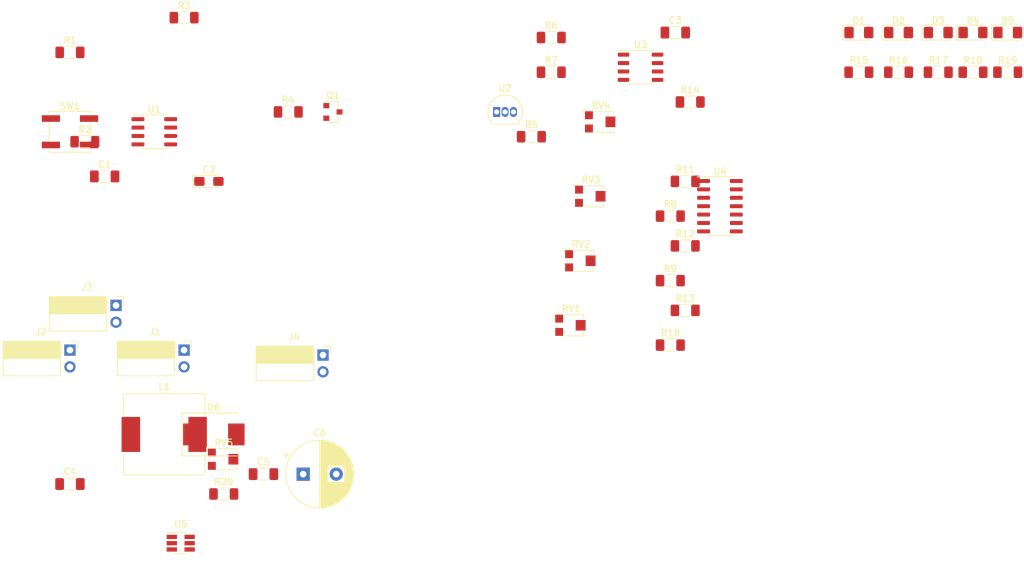
<source format=kicad_pcb>
(kicad_pcb (version 20171130) (host pcbnew "(5.1.10)-1")

  (general
    (thickness 1.6)
    (drawings 0)
    (tracks 0)
    (zones 0)
    (modules 49)
    (nets 34)
  )

  (page A4)
  (layers
    (0 F.Cu signal)
    (31 B.Cu signal)
    (32 B.Adhes user)
    (33 F.Adhes user)
    (34 B.Paste user)
    (35 F.Paste user)
    (36 B.SilkS user)
    (37 F.SilkS user)
    (38 B.Mask user)
    (39 F.Mask user)
    (40 Dwgs.User user)
    (41 Cmts.User user)
    (42 Eco1.User user)
    (43 Eco2.User user)
    (44 Edge.Cuts user)
    (45 Margin user)
    (46 B.CrtYd user)
    (47 F.CrtYd user)
    (48 B.Fab user)
    (49 F.Fab user)
  )

  (setup
    (last_trace_width 0.25)
    (trace_clearance 0.2)
    (zone_clearance 0.508)
    (zone_45_only no)
    (trace_min 0.2)
    (via_size 0.8)
    (via_drill 0.4)
    (via_min_size 0.4)
    (via_min_drill 0.3)
    (uvia_size 0.3)
    (uvia_drill 0.1)
    (uvias_allowed no)
    (uvia_min_size 0.2)
    (uvia_min_drill 0.1)
    (edge_width 0.1)
    (segment_width 0.2)
    (pcb_text_width 0.3)
    (pcb_text_size 1.5 1.5)
    (mod_edge_width 0.15)
    (mod_text_size 1 1)
    (mod_text_width 0.15)
    (pad_size 1.524 1.524)
    (pad_drill 0.762)
    (pad_to_mask_clearance 0)
    (aux_axis_origin 0 0)
    (visible_elements 7FFFFFFF)
    (pcbplotparams
      (layerselection 0x010fc_ffffffff)
      (usegerberextensions false)
      (usegerberattributes true)
      (usegerberadvancedattributes true)
      (creategerberjobfile true)
      (excludeedgelayer true)
      (linewidth 0.100000)
      (plotframeref false)
      (viasonmask false)
      (mode 1)
      (useauxorigin false)
      (hpglpennumber 1)
      (hpglpenspeed 20)
      (hpglpendiameter 15.000000)
      (psnegative false)
      (psa4output false)
      (plotreference true)
      (plotvalue true)
      (plotinvisibletext false)
      (padsonsilk false)
      (subtractmaskfromsilk false)
      (outputformat 1)
      (mirror false)
      (drillshape 1)
      (scaleselection 1)
      (outputdirectory ""))
  )

  (net 0 "")
  (net 1 GND)
  (net 2 "Net-(C1-Pad1)")
  (net 3 "Net-(C2-Pad1)")
  (net 4 "Net-(C3-Pad1)")
  (net 5 "Net-(D1-Pad1)")
  (net 6 "Net-(D2-Pad1)")
  (net 7 "Net-(D3-Pad1)")
  (net 8 "Net-(D4-Pad1)")
  (net 9 "Net-(D5-Pad1)")
  (net 10 "Net-(Q1-Pad1)")
  (net 11 "Net-(R1-Pad2)")
  (net 12 "Net-(R2-Pad2)")
  (net 13 /En)
  (net 14 /Vref)
  (net 15 "Net-(R6-Pad2)")
  (net 16 "Net-(R10-Pad2)")
  (net 17 "Net-(R8-Pad1)")
  (net 18 "Net-(R9-Pad1)")
  (net 19 "Net-(R10-Pad1)")
  (net 20 "Net-(R11-Pad2)")
  (net 21 "Net-(R11-Pad1)")
  (net 22 "Net-(R12-Pad2)")
  (net 23 "Net-(R12-Pad1)")
  (net 24 "Net-(R13-Pad2)")
  (net 25 "Net-(R13-Pad1)")
  (net 26 "Net-(R14-Pad2)")
  (net 27 /Bat_in)
  (net 28 Vout_12V)
  (net 29 "Net-(D6-Pad2)")
  (net 30 "Net-(J2-Pad1)")
  (net 31 "Net-(R14-Pad1)")
  (net 32 "Net-(R20-Pad1)")
  (net 33 "Net-(RV5-Pad2)")

  (net_class Default "Это класс цепей по умолчанию."
    (clearance 0.2)
    (trace_width 0.25)
    (via_dia 0.8)
    (via_drill 0.4)
    (uvia_dia 0.3)
    (uvia_drill 0.1)
    (add_net /Bat_in)
    (add_net /En)
    (add_net /Vref)
    (add_net GND)
    (add_net "Net-(C1-Pad1)")
    (add_net "Net-(C2-Pad1)")
    (add_net "Net-(C3-Pad1)")
    (add_net "Net-(D1-Pad1)")
    (add_net "Net-(D2-Pad1)")
    (add_net "Net-(D3-Pad1)")
    (add_net "Net-(D4-Pad1)")
    (add_net "Net-(D5-Pad1)")
    (add_net "Net-(D6-Pad2)")
    (add_net "Net-(J2-Pad1)")
    (add_net "Net-(Q1-Pad1)")
    (add_net "Net-(R1-Pad2)")
    (add_net "Net-(R10-Pad1)")
    (add_net "Net-(R10-Pad2)")
    (add_net "Net-(R11-Pad1)")
    (add_net "Net-(R11-Pad2)")
    (add_net "Net-(R12-Pad1)")
    (add_net "Net-(R12-Pad2)")
    (add_net "Net-(R13-Pad1)")
    (add_net "Net-(R13-Pad2)")
    (add_net "Net-(R14-Pad1)")
    (add_net "Net-(R14-Pad2)")
    (add_net "Net-(R2-Pad2)")
    (add_net "Net-(R20-Pad1)")
    (add_net "Net-(R6-Pad2)")
    (add_net "Net-(R8-Pad1)")
    (add_net "Net-(R9-Pad1)")
    (add_net "Net-(RV5-Pad2)")
    (add_net "Net-(U5-Pad6)")
    (add_net Vout_12V)
  )

  (module Package_TO_SOT_SMD:SOT-23-6_Handsoldering (layer F.Cu) (tedit 5A02FF57) (tstamp 6176E2E5)
    (at 39.243 91.44)
    (descr "6-pin SOT-23 package, Handsoldering")
    (tags "SOT-23-6 Handsoldering")
    (path /6191B372)
    (attr smd)
    (fp_text reference U5 (at 0 -2.9) (layer F.SilkS)
      (effects (font (size 1 1) (thickness 0.15)))
    )
    (fp_text value MT3608 (at 0 2.9) (layer F.Fab)
      (effects (font (size 1 1) (thickness 0.15)))
    )
    (fp_text user %R (at 0 0 90) (layer F.Fab)
      (effects (font (size 0.5 0.5) (thickness 0.075)))
    )
    (fp_line (start -0.9 1.61) (end 0.9 1.61) (layer F.SilkS) (width 0.12))
    (fp_line (start 0.9 -1.61) (end -2.05 -1.61) (layer F.SilkS) (width 0.12))
    (fp_line (start -2.4 1.8) (end -2.4 -1.8) (layer F.CrtYd) (width 0.05))
    (fp_line (start 2.4 1.8) (end -2.4 1.8) (layer F.CrtYd) (width 0.05))
    (fp_line (start 2.4 -1.8) (end 2.4 1.8) (layer F.CrtYd) (width 0.05))
    (fp_line (start -2.4 -1.8) (end 2.4 -1.8) (layer F.CrtYd) (width 0.05))
    (fp_line (start -0.9 -0.9) (end -0.25 -1.55) (layer F.Fab) (width 0.1))
    (fp_line (start 0.9 -1.55) (end -0.25 -1.55) (layer F.Fab) (width 0.1))
    (fp_line (start -0.9 -0.9) (end -0.9 1.55) (layer F.Fab) (width 0.1))
    (fp_line (start 0.9 1.55) (end -0.9 1.55) (layer F.Fab) (width 0.1))
    (fp_line (start 0.9 -1.55) (end 0.9 1.55) (layer F.Fab) (width 0.1))
    (pad 5 smd rect (at 1.35 0) (size 1.56 0.65) (layers F.Cu F.Paste F.Mask)
      (net 27 /Bat_in))
    (pad 6 smd rect (at 1.35 -0.95) (size 1.56 0.65) (layers F.Cu F.Paste F.Mask))
    (pad 4 smd rect (at 1.35 0.95) (size 1.56 0.65) (layers F.Cu F.Paste F.Mask)
      (net 27 /Bat_in))
    (pad 3 smd rect (at -1.35 0.95) (size 1.56 0.65) (layers F.Cu F.Paste F.Mask)
      (net 33 "Net-(RV5-Pad2)"))
    (pad 2 smd rect (at -1.35 0) (size 1.56 0.65) (layers F.Cu F.Paste F.Mask)
      (net 1 GND))
    (pad 1 smd rect (at -1.35 -0.95) (size 1.56 0.65) (layers F.Cu F.Paste F.Mask)
      (net 29 "Net-(D6-Pad2)"))
    (model ${KISYS3DMOD}/Package_TO_SOT_SMD.3dshapes/SOT-23-6.wrl
      (at (xyz 0 0 0))
      (scale (xyz 1 1 1))
      (rotate (xyz 0 0 0))
    )
  )

  (module Package_SO:SO-14_3.9x8.65mm_P1.27mm (layer F.Cu) (tedit 5F427CE7) (tstamp 6176E2CF)
    (at 120.75 40.5)
    (descr "SO, 14 Pin (https://www.st.com/resource/en/datasheet/l6491.pdf), generated with kicad-footprint-generator ipc_gullwing_generator.py")
    (tags "SO SO")
    (path /61758671)
    (attr smd)
    (fp_text reference U4 (at 0 -5.28) (layer F.SilkS)
      (effects (font (size 1 1) (thickness 0.15)))
    )
    (fp_text value LM339 (at 0 5.28) (layer F.Fab)
      (effects (font (size 1 1) (thickness 0.15)))
    )
    (fp_text user %R (at 0 0) (layer F.Fab)
      (effects (font (size 0.98 0.98) (thickness 0.15)))
    )
    (fp_line (start 0 4.435) (end 1.95 4.435) (layer F.SilkS) (width 0.12))
    (fp_line (start 0 4.435) (end -1.95 4.435) (layer F.SilkS) (width 0.12))
    (fp_line (start 0 -4.435) (end 1.95 -4.435) (layer F.SilkS) (width 0.12))
    (fp_line (start 0 -4.435) (end -3.45 -4.435) (layer F.SilkS) (width 0.12))
    (fp_line (start -0.975 -4.325) (end 1.95 -4.325) (layer F.Fab) (width 0.1))
    (fp_line (start 1.95 -4.325) (end 1.95 4.325) (layer F.Fab) (width 0.1))
    (fp_line (start 1.95 4.325) (end -1.95 4.325) (layer F.Fab) (width 0.1))
    (fp_line (start -1.95 4.325) (end -1.95 -3.35) (layer F.Fab) (width 0.1))
    (fp_line (start -1.95 -3.35) (end -0.975 -4.325) (layer F.Fab) (width 0.1))
    (fp_line (start -3.7 -4.58) (end -3.7 4.58) (layer F.CrtYd) (width 0.05))
    (fp_line (start -3.7 4.58) (end 3.7 4.58) (layer F.CrtYd) (width 0.05))
    (fp_line (start 3.7 4.58) (end 3.7 -4.58) (layer F.CrtYd) (width 0.05))
    (fp_line (start 3.7 -4.58) (end -3.7 -4.58) (layer F.CrtYd) (width 0.05))
    (pad 14 smd roundrect (at 2.475 -3.81) (size 1.95 0.6) (layers F.Cu F.Paste F.Mask) (roundrect_rratio 0.25)
      (net 25 "Net-(R13-Pad1)"))
    (pad 13 smd roundrect (at 2.475 -2.54) (size 1.95 0.6) (layers F.Cu F.Paste F.Mask) (roundrect_rratio 0.25)
      (net 23 "Net-(R12-Pad1)"))
    (pad 12 smd roundrect (at 2.475 -1.27) (size 1.95 0.6) (layers F.Cu F.Paste F.Mask) (roundrect_rratio 0.25)
      (net 1 GND))
    (pad 11 smd roundrect (at 2.475 0) (size 1.95 0.6) (layers F.Cu F.Paste F.Mask) (roundrect_rratio 0.25)
      (net 22 "Net-(R12-Pad2)"))
    (pad 10 smd roundrect (at 2.475 1.27) (size 1.95 0.6) (layers F.Cu F.Paste F.Mask) (roundrect_rratio 0.25)
      (net 18 "Net-(R9-Pad1)"))
    (pad 9 smd roundrect (at 2.475 2.54) (size 1.95 0.6) (layers F.Cu F.Paste F.Mask) (roundrect_rratio 0.25)
      (net 24 "Net-(R13-Pad2)"))
    (pad 8 smd roundrect (at 2.475 3.81) (size 1.95 0.6) (layers F.Cu F.Paste F.Mask) (roundrect_rratio 0.25)
      (net 19 "Net-(R10-Pad1)"))
    (pad 7 smd roundrect (at -2.475 3.81) (size 1.95 0.6) (layers F.Cu F.Paste F.Mask) (roundrect_rratio 0.25)
      (net 20 "Net-(R11-Pad2)"))
    (pad 6 smd roundrect (at -2.475 2.54) (size 1.95 0.6) (layers F.Cu F.Paste F.Mask) (roundrect_rratio 0.25)
      (net 17 "Net-(R8-Pad1)"))
    (pad 5 smd roundrect (at -2.475 1.27) (size 1.95 0.6) (layers F.Cu F.Paste F.Mask) (roundrect_rratio 0.25)
      (net 26 "Net-(R14-Pad2)"))
    (pad 4 smd roundrect (at -2.475 0) (size 1.95 0.6) (layers F.Cu F.Paste F.Mask) (roundrect_rratio 0.25)
      (net 16 "Net-(R10-Pad2)"))
    (pad 3 smd roundrect (at -2.475 -1.27) (size 1.95 0.6) (layers F.Cu F.Paste F.Mask) (roundrect_rratio 0.25)
      (net 4 "Net-(C3-Pad1)"))
    (pad 2 smd roundrect (at -2.475 -2.54) (size 1.95 0.6) (layers F.Cu F.Paste F.Mask) (roundrect_rratio 0.25)
      (net 31 "Net-(R14-Pad1)"))
    (pad 1 smd roundrect (at -2.475 -3.81) (size 1.95 0.6) (layers F.Cu F.Paste F.Mask) (roundrect_rratio 0.25)
      (net 21 "Net-(R11-Pad1)"))
    (model ${KISYS3DMOD}/Package_SO.3dshapes/SO-14_3.9x8.65mm_P1.27mm.wrl
      (at (xyz 0 0 0))
      (scale (xyz 1 1 1))
      (rotate (xyz 0 0 0))
    )
  )

  (module Package_SO:SO-8_3.9x4.9mm_P1.27mm (layer F.Cu) (tedit 5D9F72B1) (tstamp 6176E2AF)
    (at 108.75 19.5)
    (descr "SO, 8 Pin (https://www.nxp.com/docs/en/data-sheet/PCF8523.pdf), generated with kicad-footprint-generator ipc_gullwing_generator.py")
    (tags "SO SO")
    (path /6179FCF7)
    (attr smd)
    (fp_text reference U3 (at 0 -3.4) (layer F.SilkS)
      (effects (font (size 1 1) (thickness 0.15)))
    )
    (fp_text value LM358 (at 0 3.4) (layer F.Fab)
      (effects (font (size 1 1) (thickness 0.15)))
    )
    (fp_text user %R (at 0 0) (layer F.Fab)
      (effects (font (size 0.98 0.98) (thickness 0.15)))
    )
    (fp_line (start 0 2.56) (end 1.95 2.56) (layer F.SilkS) (width 0.12))
    (fp_line (start 0 2.56) (end -1.95 2.56) (layer F.SilkS) (width 0.12))
    (fp_line (start 0 -2.56) (end 1.95 -2.56) (layer F.SilkS) (width 0.12))
    (fp_line (start 0 -2.56) (end -3.45 -2.56) (layer F.SilkS) (width 0.12))
    (fp_line (start -0.975 -2.45) (end 1.95 -2.45) (layer F.Fab) (width 0.1))
    (fp_line (start 1.95 -2.45) (end 1.95 2.45) (layer F.Fab) (width 0.1))
    (fp_line (start 1.95 2.45) (end -1.95 2.45) (layer F.Fab) (width 0.1))
    (fp_line (start -1.95 2.45) (end -1.95 -1.475) (layer F.Fab) (width 0.1))
    (fp_line (start -1.95 -1.475) (end -0.975 -2.45) (layer F.Fab) (width 0.1))
    (fp_line (start -3.7 -2.7) (end -3.7 2.7) (layer F.CrtYd) (width 0.05))
    (fp_line (start -3.7 2.7) (end 3.7 2.7) (layer F.CrtYd) (width 0.05))
    (fp_line (start 3.7 2.7) (end 3.7 -2.7) (layer F.CrtYd) (width 0.05))
    (fp_line (start 3.7 -2.7) (end -3.7 -2.7) (layer F.CrtYd) (width 0.05))
    (pad 8 smd roundrect (at 2.575 -1.905) (size 1.75 0.6) (layers F.Cu F.Paste F.Mask) (roundrect_rratio 0.25)
      (net 4 "Net-(C3-Pad1)"))
    (pad 7 smd roundrect (at 2.575 -0.635) (size 1.75 0.6) (layers F.Cu F.Paste F.Mask) (roundrect_rratio 0.25)
      (net 16 "Net-(R10-Pad2)"))
    (pad 6 smd roundrect (at 2.575 0.635) (size 1.75 0.6) (layers F.Cu F.Paste F.Mask) (roundrect_rratio 0.25)
      (net 16 "Net-(R10-Pad2)"))
    (pad 5 smd roundrect (at 2.575 1.905) (size 1.75 0.6) (layers F.Cu F.Paste F.Mask) (roundrect_rratio 0.25)
      (net 15 "Net-(R6-Pad2)"))
    (pad 4 smd roundrect (at -2.575 1.905) (size 1.75 0.6) (layers F.Cu F.Paste F.Mask) (roundrect_rratio 0.25)
      (net 1 GND))
    (pad 3 smd roundrect (at -2.575 0.635) (size 1.75 0.6) (layers F.Cu F.Paste F.Mask) (roundrect_rratio 0.25))
    (pad 2 smd roundrect (at -2.575 -0.635) (size 1.75 0.6) (layers F.Cu F.Paste F.Mask) (roundrect_rratio 0.25))
    (pad 1 smd roundrect (at -2.575 -1.905) (size 1.75 0.6) (layers F.Cu F.Paste F.Mask) (roundrect_rratio 0.25))
    (model ${KISYS3DMOD}/Package_SO.3dshapes/SO-8_3.9x4.9mm_P1.27mm.wrl
      (at (xyz 0 0 0))
      (scale (xyz 1 1 1))
      (rotate (xyz 0 0 0))
    )
  )

  (module Package_TO_SOT_THT:TO-92_Inline (layer F.Cu) (tedit 5A1DD157) (tstamp 6176E295)
    (at 87 26.25)
    (descr "TO-92 leads in-line, narrow, oval pads, drill 0.75mm (see NXP sot054_po.pdf)")
    (tags "to-92 sc-43 sc-43a sot54 PA33 transistor")
    (path /61762EE5)
    (fp_text reference U2 (at 1.27 -3.56) (layer F.SilkS)
      (effects (font (size 1 1) (thickness 0.15)))
    )
    (fp_text value LM317L_TO92 (at 1.27 2.79) (layer F.Fab)
      (effects (font (size 1 1) (thickness 0.15)))
    )
    (fp_arc (start 1.27 0) (end 1.27 -2.6) (angle 135) (layer F.SilkS) (width 0.12))
    (fp_arc (start 1.27 0) (end 1.27 -2.48) (angle -135) (layer F.Fab) (width 0.1))
    (fp_arc (start 1.27 0) (end 1.27 -2.6) (angle -135) (layer F.SilkS) (width 0.12))
    (fp_arc (start 1.27 0) (end 1.27 -2.48) (angle 135) (layer F.Fab) (width 0.1))
    (fp_text user %R (at 1.27 0) (layer F.Fab)
      (effects (font (size 1 1) (thickness 0.15)))
    )
    (fp_line (start -0.53 1.85) (end 3.07 1.85) (layer F.SilkS) (width 0.12))
    (fp_line (start -0.5 1.75) (end 3 1.75) (layer F.Fab) (width 0.1))
    (fp_line (start -1.46 -2.73) (end 4 -2.73) (layer F.CrtYd) (width 0.05))
    (fp_line (start -1.46 -2.73) (end -1.46 2.01) (layer F.CrtYd) (width 0.05))
    (fp_line (start 4 2.01) (end 4 -2.73) (layer F.CrtYd) (width 0.05))
    (fp_line (start 4 2.01) (end -1.46 2.01) (layer F.CrtYd) (width 0.05))
    (pad 1 thru_hole rect (at 0 0) (size 1.05 1.5) (drill 0.75) (layers *.Cu *.Mask)
      (net 1 GND))
    (pad 3 thru_hole oval (at 2.54 0) (size 1.05 1.5) (drill 0.75) (layers *.Cu *.Mask)
      (net 4 "Net-(C3-Pad1)"))
    (pad 2 thru_hole oval (at 1.27 0) (size 1.05 1.5) (drill 0.75) (layers *.Cu *.Mask)
      (net 14 /Vref))
    (model ${KISYS3DMOD}/Package_TO_SOT_THT.3dshapes/TO-92_Inline.wrl
      (at (xyz 0 0 0))
      (scale (xyz 1 1 1))
      (rotate (xyz 0 0 0))
    )
  )

  (module Package_SO:SOIC-8_3.9x4.9mm_P1.27mm (layer F.Cu) (tedit 5D9F72B1) (tstamp 6176E283)
    (at 35.25 29.25)
    (descr "SOIC, 8 Pin (JEDEC MS-012AA, https://www.analog.com/media/en/package-pcb-resources/package/pkg_pdf/soic_narrow-r/r_8.pdf), generated with kicad-footprint-generator ipc_gullwing_generator.py")
    (tags "SOIC SO")
    (path /6175CBFF)
    (attr smd)
    (fp_text reference U1 (at 0 -3.4) (layer F.SilkS)
      (effects (font (size 1 1) (thickness 0.15)))
    )
    (fp_text value SA555D (at 0 3.4) (layer F.Fab)
      (effects (font (size 1 1) (thickness 0.15)))
    )
    (fp_text user %R (at 0 0) (layer F.Fab)
      (effects (font (size 0.98 0.98) (thickness 0.15)))
    )
    (fp_line (start 0 2.56) (end 1.95 2.56) (layer F.SilkS) (width 0.12))
    (fp_line (start 0 2.56) (end -1.95 2.56) (layer F.SilkS) (width 0.12))
    (fp_line (start 0 -2.56) (end 1.95 -2.56) (layer F.SilkS) (width 0.12))
    (fp_line (start 0 -2.56) (end -3.45 -2.56) (layer F.SilkS) (width 0.12))
    (fp_line (start -0.975 -2.45) (end 1.95 -2.45) (layer F.Fab) (width 0.1))
    (fp_line (start 1.95 -2.45) (end 1.95 2.45) (layer F.Fab) (width 0.1))
    (fp_line (start 1.95 2.45) (end -1.95 2.45) (layer F.Fab) (width 0.1))
    (fp_line (start -1.95 2.45) (end -1.95 -1.475) (layer F.Fab) (width 0.1))
    (fp_line (start -1.95 -1.475) (end -0.975 -2.45) (layer F.Fab) (width 0.1))
    (fp_line (start -3.7 -2.7) (end -3.7 2.7) (layer F.CrtYd) (width 0.05))
    (fp_line (start -3.7 2.7) (end 3.7 2.7) (layer F.CrtYd) (width 0.05))
    (fp_line (start 3.7 2.7) (end 3.7 -2.7) (layer F.CrtYd) (width 0.05))
    (fp_line (start 3.7 -2.7) (end -3.7 -2.7) (layer F.CrtYd) (width 0.05))
    (pad 8 smd roundrect (at 2.475 -1.905) (size 1.95 0.6) (layers F.Cu F.Paste F.Mask) (roundrect_rratio 0.25)
      (net 27 /Bat_in))
    (pad 7 smd roundrect (at 2.475 -0.635) (size 1.95 0.6) (layers F.Cu F.Paste F.Mask) (roundrect_rratio 0.25)
      (net 3 "Net-(C2-Pad1)"))
    (pad 6 smd roundrect (at 2.475 0.635) (size 1.95 0.6) (layers F.Cu F.Paste F.Mask) (roundrect_rratio 0.25)
      (net 3 "Net-(C2-Pad1)"))
    (pad 5 smd roundrect (at 2.475 1.905) (size 1.95 0.6) (layers F.Cu F.Paste F.Mask) (roundrect_rratio 0.25)
      (net 2 "Net-(C1-Pad1)"))
    (pad 4 smd roundrect (at -2.475 1.905) (size 1.95 0.6) (layers F.Cu F.Paste F.Mask) (roundrect_rratio 0.25)
      (net 12 "Net-(R2-Pad2)"))
    (pad 3 smd roundrect (at -2.475 0.635) (size 1.95 0.6) (layers F.Cu F.Paste F.Mask) (roundrect_rratio 0.25)
      (net 13 /En))
    (pad 2 smd roundrect (at -2.475 -0.635) (size 1.95 0.6) (layers F.Cu F.Paste F.Mask) (roundrect_rratio 0.25)
      (net 11 "Net-(R1-Pad2)"))
    (pad 1 smd roundrect (at -2.475 -1.905) (size 1.95 0.6) (layers F.Cu F.Paste F.Mask) (roundrect_rratio 0.25)
      (net 1 GND))
    (model ${KISYS3DMOD}/Package_SO.3dshapes/SOIC-8_3.9x4.9mm_P1.27mm.wrl
      (at (xyz 0 0 0))
      (scale (xyz 1 1 1))
      (rotate (xyz 0 0 0))
    )
  )

  (module Button_Switch_SMD:SW_SPST_EVPBF (layer F.Cu) (tedit 5A02FC95) (tstamp 6176E269)
    (at 22.5 29.25)
    (descr "Light Touch Switch")
    (path /617BBFB5)
    (attr smd)
    (fp_text reference SW1 (at 0 -3.9) (layer F.SilkS)
      (effects (font (size 1 1) (thickness 0.15)))
    )
    (fp_text value SW_Push (at 0 4.25) (layer F.Fab)
      (effects (font (size 1 1) (thickness 0.15)))
    )
    (fp_text user %R (at 0 -3.9) (layer F.Fab)
      (effects (font (size 1 1) (thickness 0.15)))
    )
    (fp_line (start -3.15 2.65) (end -3.15 3.1) (layer F.SilkS) (width 0.12))
    (fp_line (start -3.15 3.1) (end 3.15 3.1) (layer F.SilkS) (width 0.12))
    (fp_line (start 3.15 3.1) (end 3.15 2.7) (layer F.SilkS) (width 0.12))
    (fp_line (start -3.15 1.35) (end -3.15 -1.35) (layer F.SilkS) (width 0.12))
    (fp_line (start 3.15 -1.35) (end 3.15 1.35) (layer F.SilkS) (width 0.12))
    (fp_line (start -3.15 -3.1) (end 3.15 -3.1) (layer F.SilkS) (width 0.12))
    (fp_line (start 3.15 -3.1) (end 3.15 -2.65) (layer F.SilkS) (width 0.12))
    (fp_line (start -3.15 -2.65) (end -3.15 -3.1) (layer F.SilkS) (width 0.12))
    (fp_line (start -3 -3) (end 3 -3) (layer F.Fab) (width 0.1))
    (fp_line (start 3 -3) (end 3 3) (layer F.Fab) (width 0.1))
    (fp_line (start 3 3) (end -3 3) (layer F.Fab) (width 0.1))
    (fp_line (start -3 3) (end -3 -3) (layer F.Fab) (width 0.1))
    (fp_line (start -4.5 -3.25) (end 4.5 -3.25) (layer F.CrtYd) (width 0.05))
    (fp_line (start 4.5 -3.25) (end 4.5 3.25) (layer F.CrtYd) (width 0.05))
    (fp_line (start 4.5 3.25) (end -4.5 3.25) (layer F.CrtYd) (width 0.05))
    (fp_line (start -4.5 3.25) (end -4.5 -3.25) (layer F.CrtYd) (width 0.05))
    (fp_circle (center 0 0) (end 1.7 0) (layer F.Fab) (width 0.1))
    (pad 2 smd rect (at 2.88 2) (size 2.75 1) (layers F.Cu F.Paste F.Mask)
      (net 11 "Net-(R1-Pad2)"))
    (pad 2 smd rect (at -2.88 2) (size 2.75 1) (layers F.Cu F.Paste F.Mask)
      (net 11 "Net-(R1-Pad2)"))
    (pad 1 smd rect (at -2.88 -2) (size 2.75 1) (layers F.Cu F.Paste F.Mask)
      (net 1 GND))
    (pad 1 smd rect (at 2.88 -2) (size 2.75 1) (layers F.Cu F.Paste F.Mask)
      (net 1 GND))
    (model ${KISYS3DMOD}/Button_Switch_SMD.3dshapes/SW_SPST_EVPBF.wrl
      (at (xyz 0 0 0))
      (scale (xyz 1 1 1))
      (rotate (xyz 0 0 0))
    )
  )

  (module Potentiometer_SMD:Potentiometer_Bourns_TC33X_Vertical (layer F.Cu) (tedit 5C165D15) (tstamp 6176E24F)
    (at 45.75 78.75)
    (descr "Potentiometer, Bourns, TC33X, Vertical, https://www.bourns.com/pdfs/TC33.pdf")
    (tags "Potentiometer Bourns TC33X Vertical")
    (path /6191B350)
    (attr smd)
    (fp_text reference RV5 (at 0 -2.5) (layer F.SilkS)
      (effects (font (size 1 1) (thickness 0.15)))
    )
    (fp_text value 100k (at 0 2.5) (layer F.Fab)
      (effects (font (size 1 1) (thickness 0.15)))
    )
    (fp_text user "Wiper may be\nanywhere within\ncircle shown" (at -0.15 -0.8) (layer Cmts.User)
      (effects (font (size 0.15 0.15) (thickness 0.02)))
    )
    (fp_text user %R (at 0 0) (layer F.Fab)
      (effects (font (size 0.7 0.7) (thickness 0.105)))
    )
    (fp_circle (center 0 0) (end 1.5 0) (layer F.Fab) (width 0.1))
    (fp_line (start -2 -0.75) (end -2 1.5) (layer F.Fab) (width 0.1))
    (fp_line (start -2 1.5) (end 1.8 1.5) (layer F.Fab) (width 0.1))
    (fp_line (start 1.8 1.5) (end 1.8 -1.5) (layer F.Fab) (width 0.1))
    (fp_line (start 1.8 -1.5) (end -1.25 -1.5) (layer F.Fab) (width 0.1))
    (fp_line (start -1.25 -1.5) (end -2 -0.75) (layer F.Fab) (width 0.1))
    (fp_line (start -2.1 -0.2) (end -2.1 0.2) (layer F.SilkS) (width 0.12))
    (fp_line (start -1 -1.6) (end 1.9 -1.6) (layer F.SilkS) (width 0.12))
    (fp_line (start 1.9 -1.6) (end 1.9 -1) (layer F.SilkS) (width 0.12))
    (fp_line (start -1 1.6) (end 1.9 1.6) (layer F.SilkS) (width 0.12))
    (fp_line (start 1.9 1.6) (end 1.9 1) (layer F.SilkS) (width 0.12))
    (fp_line (start -1.9 -1.8) (end -2.6 -1.8) (layer F.SilkS) (width 0.12))
    (fp_line (start -2.6 -1.8) (end -2.6 -1.1) (layer F.SilkS) (width 0.12))
    (fp_line (start -2.65 -1.85) (end 2.45 -1.85) (layer F.CrtYd) (width 0.05))
    (fp_line (start 2.45 -1.85) (end 2.45 1.85) (layer F.CrtYd) (width 0.05))
    (fp_line (start 2.45 1.85) (end -2.65 1.85) (layer F.CrtYd) (width 0.05))
    (fp_line (start -2.65 1.85) (end -2.65 -1.85) (layer F.CrtYd) (width 0.05))
    (fp_circle (center 0 0) (end 1.8 0) (layer Dwgs.User) (width 0.05))
    (pad 2 smd rect (at 1.45 0) (size 1.5 1.6) (layers F.Cu F.Paste F.Mask)
      (net 33 "Net-(RV5-Pad2)"))
    (pad 3 smd rect (at -1.8 1) (size 1.2 1.2) (layers F.Cu F.Paste F.Mask)
      (net 28 Vout_12V))
    (pad 1 smd rect (at -1.8 -1) (size 1.2 1.2) (layers F.Cu F.Paste F.Mask)
      (net 32 "Net-(R20-Pad1)"))
    (model ${KISYS3DMOD}/Potentiometer_SMD.3dshapes/Potentiometer_Bourns_TC33X_Vertical.wrl
      (at (xyz 0 0 0))
      (scale (xyz 1 1 1))
      (rotate (xyz 0 0 0))
    )
  )

  (module Potentiometer_SMD:Potentiometer_Bourns_TC33X_Vertical (layer F.Cu) (tedit 5C165D15) (tstamp 6176E234)
    (at 102.75 27.75)
    (descr "Potentiometer, Bourns, TC33X, Vertical, https://www.bourns.com/pdfs/TC33.pdf")
    (tags "Potentiometer Bourns TC33X Vertical")
    (path /617BFA10)
    (attr smd)
    (fp_text reference RV4 (at 0 -2.5) (layer F.SilkS)
      (effects (font (size 1 1) (thickness 0.15)))
    )
    (fp_text value 10k (at 0 2.5) (layer F.Fab)
      (effects (font (size 1 1) (thickness 0.15)))
    )
    (fp_text user "Wiper may be\nanywhere within\ncircle shown" (at -0.15 -0.8) (layer Cmts.User)
      (effects (font (size 0.15 0.15) (thickness 0.02)))
    )
    (fp_text user %R (at 0 0) (layer F.Fab)
      (effects (font (size 0.7 0.7) (thickness 0.105)))
    )
    (fp_circle (center 0 0) (end 1.5 0) (layer F.Fab) (width 0.1))
    (fp_line (start -2 -0.75) (end -2 1.5) (layer F.Fab) (width 0.1))
    (fp_line (start -2 1.5) (end 1.8 1.5) (layer F.Fab) (width 0.1))
    (fp_line (start 1.8 1.5) (end 1.8 -1.5) (layer F.Fab) (width 0.1))
    (fp_line (start 1.8 -1.5) (end -1.25 -1.5) (layer F.Fab) (width 0.1))
    (fp_line (start -1.25 -1.5) (end -2 -0.75) (layer F.Fab) (width 0.1))
    (fp_line (start -2.1 -0.2) (end -2.1 0.2) (layer F.SilkS) (width 0.12))
    (fp_line (start -1 -1.6) (end 1.9 -1.6) (layer F.SilkS) (width 0.12))
    (fp_line (start 1.9 -1.6) (end 1.9 -1) (layer F.SilkS) (width 0.12))
    (fp_line (start -1 1.6) (end 1.9 1.6) (layer F.SilkS) (width 0.12))
    (fp_line (start 1.9 1.6) (end 1.9 1) (layer F.SilkS) (width 0.12))
    (fp_line (start -1.9 -1.8) (end -2.6 -1.8) (layer F.SilkS) (width 0.12))
    (fp_line (start -2.6 -1.8) (end -2.6 -1.1) (layer F.SilkS) (width 0.12))
    (fp_line (start -2.65 -1.85) (end 2.45 -1.85) (layer F.CrtYd) (width 0.05))
    (fp_line (start 2.45 -1.85) (end 2.45 1.85) (layer F.CrtYd) (width 0.05))
    (fp_line (start 2.45 1.85) (end -2.65 1.85) (layer F.CrtYd) (width 0.05))
    (fp_line (start -2.65 1.85) (end -2.65 -1.85) (layer F.CrtYd) (width 0.05))
    (fp_circle (center 0 0) (end 1.8 0) (layer Dwgs.User) (width 0.05))
    (pad 2 smd rect (at 1.45 0) (size 1.5 1.6) (layers F.Cu F.Paste F.Mask)
      (net 26 "Net-(R14-Pad2)"))
    (pad 3 smd rect (at -1.8 1) (size 1.2 1.2) (layers F.Cu F.Paste F.Mask)
      (net 1 GND))
    (pad 1 smd rect (at -1.8 -1) (size 1.2 1.2) (layers F.Cu F.Paste F.Mask)
      (net 14 /Vref))
    (model ${KISYS3DMOD}/Potentiometer_SMD.3dshapes/Potentiometer_Bourns_TC33X_Vertical.wrl
      (at (xyz 0 0 0))
      (scale (xyz 1 1 1))
      (rotate (xyz 0 0 0))
    )
  )

  (module Potentiometer_SMD:Potentiometer_Bourns_TC33X_Vertical (layer F.Cu) (tedit 5C165D15) (tstamp 6176E219)
    (at 101.25 39)
    (descr "Potentiometer, Bourns, TC33X, Vertical, https://www.bourns.com/pdfs/TC33.pdf")
    (tags "Potentiometer Bourns TC33X Vertical")
    (path /617C25ED)
    (attr smd)
    (fp_text reference RV3 (at 0 -2.5) (layer F.SilkS)
      (effects (font (size 1 1) (thickness 0.15)))
    )
    (fp_text value 10k (at 0 2.5) (layer F.Fab)
      (effects (font (size 1 1) (thickness 0.15)))
    )
    (fp_text user "Wiper may be\nanywhere within\ncircle shown" (at -0.15 -0.8) (layer Cmts.User)
      (effects (font (size 0.15 0.15) (thickness 0.02)))
    )
    (fp_text user %R (at 0 0) (layer F.Fab)
      (effects (font (size 0.7 0.7) (thickness 0.105)))
    )
    (fp_circle (center 0 0) (end 1.5 0) (layer F.Fab) (width 0.1))
    (fp_line (start -2 -0.75) (end -2 1.5) (layer F.Fab) (width 0.1))
    (fp_line (start -2 1.5) (end 1.8 1.5) (layer F.Fab) (width 0.1))
    (fp_line (start 1.8 1.5) (end 1.8 -1.5) (layer F.Fab) (width 0.1))
    (fp_line (start 1.8 -1.5) (end -1.25 -1.5) (layer F.Fab) (width 0.1))
    (fp_line (start -1.25 -1.5) (end -2 -0.75) (layer F.Fab) (width 0.1))
    (fp_line (start -2.1 -0.2) (end -2.1 0.2) (layer F.SilkS) (width 0.12))
    (fp_line (start -1 -1.6) (end 1.9 -1.6) (layer F.SilkS) (width 0.12))
    (fp_line (start 1.9 -1.6) (end 1.9 -1) (layer F.SilkS) (width 0.12))
    (fp_line (start -1 1.6) (end 1.9 1.6) (layer F.SilkS) (width 0.12))
    (fp_line (start 1.9 1.6) (end 1.9 1) (layer F.SilkS) (width 0.12))
    (fp_line (start -1.9 -1.8) (end -2.6 -1.8) (layer F.SilkS) (width 0.12))
    (fp_line (start -2.6 -1.8) (end -2.6 -1.1) (layer F.SilkS) (width 0.12))
    (fp_line (start -2.65 -1.85) (end 2.45 -1.85) (layer F.CrtYd) (width 0.05))
    (fp_line (start 2.45 -1.85) (end 2.45 1.85) (layer F.CrtYd) (width 0.05))
    (fp_line (start 2.45 1.85) (end -2.65 1.85) (layer F.CrtYd) (width 0.05))
    (fp_line (start -2.65 1.85) (end -2.65 -1.85) (layer F.CrtYd) (width 0.05))
    (fp_circle (center 0 0) (end 1.8 0) (layer Dwgs.User) (width 0.05))
    (pad 2 smd rect (at 1.45 0) (size 1.5 1.6) (layers F.Cu F.Paste F.Mask)
      (net 20 "Net-(R11-Pad2)"))
    (pad 3 smd rect (at -1.8 1) (size 1.2 1.2) (layers F.Cu F.Paste F.Mask)
      (net 1 GND))
    (pad 1 smd rect (at -1.8 -1) (size 1.2 1.2) (layers F.Cu F.Paste F.Mask)
      (net 14 /Vref))
    (model ${KISYS3DMOD}/Potentiometer_SMD.3dshapes/Potentiometer_Bourns_TC33X_Vertical.wrl
      (at (xyz 0 0 0))
      (scale (xyz 1 1 1))
      (rotate (xyz 0 0 0))
    )
  )

  (module Potentiometer_SMD:Potentiometer_Bourns_TC33X_Vertical (layer F.Cu) (tedit 5C165D15) (tstamp 6176E1FE)
    (at 99.75 48.75)
    (descr "Potentiometer, Bourns, TC33X, Vertical, https://www.bourns.com/pdfs/TC33.pdf")
    (tags "Potentiometer Bourns TC33X Vertical")
    (path /617C4915)
    (attr smd)
    (fp_text reference RV2 (at 0 -2.5) (layer F.SilkS)
      (effects (font (size 1 1) (thickness 0.15)))
    )
    (fp_text value 10k (at 0 2.5) (layer F.Fab)
      (effects (font (size 1 1) (thickness 0.15)))
    )
    (fp_text user "Wiper may be\nanywhere within\ncircle shown" (at -0.15 -0.8) (layer Cmts.User)
      (effects (font (size 0.15 0.15) (thickness 0.02)))
    )
    (fp_text user %R (at 0 0) (layer F.Fab)
      (effects (font (size 0.7 0.7) (thickness 0.105)))
    )
    (fp_circle (center 0 0) (end 1.5 0) (layer F.Fab) (width 0.1))
    (fp_line (start -2 -0.75) (end -2 1.5) (layer F.Fab) (width 0.1))
    (fp_line (start -2 1.5) (end 1.8 1.5) (layer F.Fab) (width 0.1))
    (fp_line (start 1.8 1.5) (end 1.8 -1.5) (layer F.Fab) (width 0.1))
    (fp_line (start 1.8 -1.5) (end -1.25 -1.5) (layer F.Fab) (width 0.1))
    (fp_line (start -1.25 -1.5) (end -2 -0.75) (layer F.Fab) (width 0.1))
    (fp_line (start -2.1 -0.2) (end -2.1 0.2) (layer F.SilkS) (width 0.12))
    (fp_line (start -1 -1.6) (end 1.9 -1.6) (layer F.SilkS) (width 0.12))
    (fp_line (start 1.9 -1.6) (end 1.9 -1) (layer F.SilkS) (width 0.12))
    (fp_line (start -1 1.6) (end 1.9 1.6) (layer F.SilkS) (width 0.12))
    (fp_line (start 1.9 1.6) (end 1.9 1) (layer F.SilkS) (width 0.12))
    (fp_line (start -1.9 -1.8) (end -2.6 -1.8) (layer F.SilkS) (width 0.12))
    (fp_line (start -2.6 -1.8) (end -2.6 -1.1) (layer F.SilkS) (width 0.12))
    (fp_line (start -2.65 -1.85) (end 2.45 -1.85) (layer F.CrtYd) (width 0.05))
    (fp_line (start 2.45 -1.85) (end 2.45 1.85) (layer F.CrtYd) (width 0.05))
    (fp_line (start 2.45 1.85) (end -2.65 1.85) (layer F.CrtYd) (width 0.05))
    (fp_line (start -2.65 1.85) (end -2.65 -1.85) (layer F.CrtYd) (width 0.05))
    (fp_circle (center 0 0) (end 1.8 0) (layer Dwgs.User) (width 0.05))
    (pad 2 smd rect (at 1.45 0) (size 1.5 1.6) (layers F.Cu F.Paste F.Mask)
      (net 22 "Net-(R12-Pad2)"))
    (pad 3 smd rect (at -1.8 1) (size 1.2 1.2) (layers F.Cu F.Paste F.Mask)
      (net 1 GND))
    (pad 1 smd rect (at -1.8 -1) (size 1.2 1.2) (layers F.Cu F.Paste F.Mask)
      (net 14 /Vref))
    (model ${KISYS3DMOD}/Potentiometer_SMD.3dshapes/Potentiometer_Bourns_TC33X_Vertical.wrl
      (at (xyz 0 0 0))
      (scale (xyz 1 1 1))
      (rotate (xyz 0 0 0))
    )
  )

  (module Potentiometer_SMD:Potentiometer_Bourns_TC33X_Vertical (layer F.Cu) (tedit 5C165D15) (tstamp 6176E1E3)
    (at 98.25 58.5)
    (descr "Potentiometer, Bourns, TC33X, Vertical, https://www.bourns.com/pdfs/TC33.pdf")
    (tags "Potentiometer Bourns TC33X Vertical")
    (path /617C633C)
    (attr smd)
    (fp_text reference RV1 (at 0 -2.5) (layer F.SilkS)
      (effects (font (size 1 1) (thickness 0.15)))
    )
    (fp_text value 10k (at 0 2.5) (layer F.Fab)
      (effects (font (size 1 1) (thickness 0.15)))
    )
    (fp_text user "Wiper may be\nanywhere within\ncircle shown" (at -0.15 -0.8) (layer Cmts.User)
      (effects (font (size 0.15 0.15) (thickness 0.02)))
    )
    (fp_text user %R (at 0 0) (layer F.Fab)
      (effects (font (size 0.7 0.7) (thickness 0.105)))
    )
    (fp_circle (center 0 0) (end 1.5 0) (layer F.Fab) (width 0.1))
    (fp_line (start -2 -0.75) (end -2 1.5) (layer F.Fab) (width 0.1))
    (fp_line (start -2 1.5) (end 1.8 1.5) (layer F.Fab) (width 0.1))
    (fp_line (start 1.8 1.5) (end 1.8 -1.5) (layer F.Fab) (width 0.1))
    (fp_line (start 1.8 -1.5) (end -1.25 -1.5) (layer F.Fab) (width 0.1))
    (fp_line (start -1.25 -1.5) (end -2 -0.75) (layer F.Fab) (width 0.1))
    (fp_line (start -2.1 -0.2) (end -2.1 0.2) (layer F.SilkS) (width 0.12))
    (fp_line (start -1 -1.6) (end 1.9 -1.6) (layer F.SilkS) (width 0.12))
    (fp_line (start 1.9 -1.6) (end 1.9 -1) (layer F.SilkS) (width 0.12))
    (fp_line (start -1 1.6) (end 1.9 1.6) (layer F.SilkS) (width 0.12))
    (fp_line (start 1.9 1.6) (end 1.9 1) (layer F.SilkS) (width 0.12))
    (fp_line (start -1.9 -1.8) (end -2.6 -1.8) (layer F.SilkS) (width 0.12))
    (fp_line (start -2.6 -1.8) (end -2.6 -1.1) (layer F.SilkS) (width 0.12))
    (fp_line (start -2.65 -1.85) (end 2.45 -1.85) (layer F.CrtYd) (width 0.05))
    (fp_line (start 2.45 -1.85) (end 2.45 1.85) (layer F.CrtYd) (width 0.05))
    (fp_line (start 2.45 1.85) (end -2.65 1.85) (layer F.CrtYd) (width 0.05))
    (fp_line (start -2.65 1.85) (end -2.65 -1.85) (layer F.CrtYd) (width 0.05))
    (fp_circle (center 0 0) (end 1.8 0) (layer Dwgs.User) (width 0.05))
    (pad 2 smd rect (at 1.45 0) (size 1.5 1.6) (layers F.Cu F.Paste F.Mask)
      (net 24 "Net-(R13-Pad2)"))
    (pad 3 smd rect (at -1.8 1) (size 1.2 1.2) (layers F.Cu F.Paste F.Mask)
      (net 1 GND))
    (pad 1 smd rect (at -1.8 -1) (size 1.2 1.2) (layers F.Cu F.Paste F.Mask)
      (net 14 /Vref))
    (model ${KISYS3DMOD}/Potentiometer_SMD.3dshapes/Potentiometer_Bourns_TC33X_Vertical.wrl
      (at (xyz 0 0 0))
      (scale (xyz 1 1 1))
      (rotate (xyz 0 0 0))
    )
  )

  (module Resistor_SMD:R_1206_3216Metric_Pad1.30x1.75mm_HandSolder (layer F.Cu) (tedit 5F68FEEE) (tstamp 6176E1C8)
    (at 45.75 84)
    (descr "Resistor SMD 1206 (3216 Metric), square (rectangular) end terminal, IPC_7351 nominal with elongated pad for handsoldering. (Body size source: IPC-SM-782 page 72, https://www.pcb-3d.com/wordpress/wp-content/uploads/ipc-sm-782a_amendment_1_and_2.pdf), generated with kicad-footprint-generator")
    (tags "resistor handsolder")
    (path /6191B356)
    (attr smd)
    (fp_text reference R20 (at 0 -1.82) (layer F.SilkS)
      (effects (font (size 1 1) (thickness 0.15)))
    )
    (fp_text value 2.2k (at 0 1.82) (layer F.Fab)
      (effects (font (size 1 1) (thickness 0.15)))
    )
    (fp_text user %R (at 0 0) (layer F.Fab)
      (effects (font (size 0.8 0.8) (thickness 0.12)))
    )
    (fp_line (start -1.6 0.8) (end -1.6 -0.8) (layer F.Fab) (width 0.1))
    (fp_line (start -1.6 -0.8) (end 1.6 -0.8) (layer F.Fab) (width 0.1))
    (fp_line (start 1.6 -0.8) (end 1.6 0.8) (layer F.Fab) (width 0.1))
    (fp_line (start 1.6 0.8) (end -1.6 0.8) (layer F.Fab) (width 0.1))
    (fp_line (start -0.727064 -0.91) (end 0.727064 -0.91) (layer F.SilkS) (width 0.12))
    (fp_line (start -0.727064 0.91) (end 0.727064 0.91) (layer F.SilkS) (width 0.12))
    (fp_line (start -2.45 1.12) (end -2.45 -1.12) (layer F.CrtYd) (width 0.05))
    (fp_line (start -2.45 -1.12) (end 2.45 -1.12) (layer F.CrtYd) (width 0.05))
    (fp_line (start 2.45 -1.12) (end 2.45 1.12) (layer F.CrtYd) (width 0.05))
    (fp_line (start 2.45 1.12) (end -2.45 1.12) (layer F.CrtYd) (width 0.05))
    (pad 2 smd roundrect (at 1.55 0) (size 1.3 1.75) (layers F.Cu F.Paste F.Mask) (roundrect_rratio 0.192308)
      (net 1 GND))
    (pad 1 smd roundrect (at -1.55 0) (size 1.3 1.75) (layers F.Cu F.Paste F.Mask) (roundrect_rratio 0.192308)
      (net 32 "Net-(R20-Pad1)"))
    (model ${KISYS3DMOD}/Resistor_SMD.3dshapes/R_1206_3216Metric.wrl
      (at (xyz 0 0 0))
      (scale (xyz 1 1 1))
      (rotate (xyz 0 0 0))
    )
  )

  (module Resistor_SMD:R_1206_3216Metric_Pad1.30x1.75mm_HandSolder (layer F.Cu) (tedit 5F68FEEE) (tstamp 6176E1B7)
    (at 164.25 20.25)
    (descr "Resistor SMD 1206 (3216 Metric), square (rectangular) end terminal, IPC_7351 nominal with elongated pad for handsoldering. (Body size source: IPC-SM-782 page 72, https://www.pcb-3d.com/wordpress/wp-content/uploads/ipc-sm-782a_amendment_1_and_2.pdf), generated with kicad-footprint-generator")
    (tags "resistor handsolder")
    (path /61800DFF)
    (attr smd)
    (fp_text reference R19 (at 0 -1.82) (layer F.SilkS)
      (effects (font (size 1 1) (thickness 0.15)))
    )
    (fp_text value 1k (at 0 1.82) (layer F.Fab)
      (effects (font (size 1 1) (thickness 0.15)))
    )
    (fp_text user %R (at 0 0) (layer F.Fab)
      (effects (font (size 0.8 0.8) (thickness 0.12)))
    )
    (fp_line (start -1.6 0.8) (end -1.6 -0.8) (layer F.Fab) (width 0.1))
    (fp_line (start -1.6 -0.8) (end 1.6 -0.8) (layer F.Fab) (width 0.1))
    (fp_line (start 1.6 -0.8) (end 1.6 0.8) (layer F.Fab) (width 0.1))
    (fp_line (start 1.6 0.8) (end -1.6 0.8) (layer F.Fab) (width 0.1))
    (fp_line (start -0.727064 -0.91) (end 0.727064 -0.91) (layer F.SilkS) (width 0.12))
    (fp_line (start -0.727064 0.91) (end 0.727064 0.91) (layer F.SilkS) (width 0.12))
    (fp_line (start -2.45 1.12) (end -2.45 -1.12) (layer F.CrtYd) (width 0.05))
    (fp_line (start -2.45 -1.12) (end 2.45 -1.12) (layer F.CrtYd) (width 0.05))
    (fp_line (start 2.45 -1.12) (end 2.45 1.12) (layer F.CrtYd) (width 0.05))
    (fp_line (start 2.45 1.12) (end -2.45 1.12) (layer F.CrtYd) (width 0.05))
    (pad 2 smd roundrect (at 1.55 0) (size 1.3 1.75) (layers F.Cu F.Paste F.Mask) (roundrect_rratio 0.192308)
      (net 16 "Net-(R10-Pad2)"))
    (pad 1 smd roundrect (at -1.55 0) (size 1.3 1.75) (layers F.Cu F.Paste F.Mask) (roundrect_rratio 0.192308)
      (net 9 "Net-(D5-Pad1)"))
    (model ${KISYS3DMOD}/Resistor_SMD.3dshapes/R_1206_3216Metric.wrl
      (at (xyz 0 0 0))
      (scale (xyz 1 1 1))
      (rotate (xyz 0 0 0))
    )
  )

  (module Resistor_SMD:R_1206_3216Metric_Pad1.30x1.75mm_HandSolder (layer F.Cu) (tedit 5F68FEEE) (tstamp 6176E1A6)
    (at 159 20.25)
    (descr "Resistor SMD 1206 (3216 Metric), square (rectangular) end terminal, IPC_7351 nominal with elongated pad for handsoldering. (Body size source: IPC-SM-782 page 72, https://www.pcb-3d.com/wordpress/wp-content/uploads/ipc-sm-782a_amendment_1_and_2.pdf), generated with kicad-footprint-generator")
    (tags "resistor handsolder")
    (path /617FF4CE)
    (attr smd)
    (fp_text reference R18 (at 0 -1.82) (layer F.SilkS)
      (effects (font (size 1 1) (thickness 0.15)))
    )
    (fp_text value 1k (at 0 1.82) (layer F.Fab)
      (effects (font (size 1 1) (thickness 0.15)))
    )
    (fp_text user %R (at 0 0) (layer F.Fab)
      (effects (font (size 0.8 0.8) (thickness 0.12)))
    )
    (fp_line (start -1.6 0.8) (end -1.6 -0.8) (layer F.Fab) (width 0.1))
    (fp_line (start -1.6 -0.8) (end 1.6 -0.8) (layer F.Fab) (width 0.1))
    (fp_line (start 1.6 -0.8) (end 1.6 0.8) (layer F.Fab) (width 0.1))
    (fp_line (start 1.6 0.8) (end -1.6 0.8) (layer F.Fab) (width 0.1))
    (fp_line (start -0.727064 -0.91) (end 0.727064 -0.91) (layer F.SilkS) (width 0.12))
    (fp_line (start -0.727064 0.91) (end 0.727064 0.91) (layer F.SilkS) (width 0.12))
    (fp_line (start -2.45 1.12) (end -2.45 -1.12) (layer F.CrtYd) (width 0.05))
    (fp_line (start -2.45 -1.12) (end 2.45 -1.12) (layer F.CrtYd) (width 0.05))
    (fp_line (start 2.45 -1.12) (end 2.45 1.12) (layer F.CrtYd) (width 0.05))
    (fp_line (start 2.45 1.12) (end -2.45 1.12) (layer F.CrtYd) (width 0.05))
    (pad 2 smd roundrect (at 1.55 0) (size 1.3 1.75) (layers F.Cu F.Paste F.Mask) (roundrect_rratio 0.192308)
      (net 25 "Net-(R13-Pad1)"))
    (pad 1 smd roundrect (at -1.55 0) (size 1.3 1.75) (layers F.Cu F.Paste F.Mask) (roundrect_rratio 0.192308)
      (net 8 "Net-(D4-Pad1)"))
    (model ${KISYS3DMOD}/Resistor_SMD.3dshapes/R_1206_3216Metric.wrl
      (at (xyz 0 0 0))
      (scale (xyz 1 1 1))
      (rotate (xyz 0 0 0))
    )
  )

  (module Resistor_SMD:R_1206_3216Metric_Pad1.30x1.75mm_HandSolder (layer F.Cu) (tedit 5F68FEEE) (tstamp 6176E195)
    (at 153.75 20.25)
    (descr "Resistor SMD 1206 (3216 Metric), square (rectangular) end terminal, IPC_7351 nominal with elongated pad for handsoldering. (Body size source: IPC-SM-782 page 72, https://www.pcb-3d.com/wordpress/wp-content/uploads/ipc-sm-782a_amendment_1_and_2.pdf), generated with kicad-footprint-generator")
    (tags "resistor handsolder")
    (path /617FDACE)
    (attr smd)
    (fp_text reference R17 (at 0 -1.82) (layer F.SilkS)
      (effects (font (size 1 1) (thickness 0.15)))
    )
    (fp_text value 1k (at 0 1.82) (layer F.Fab)
      (effects (font (size 1 1) (thickness 0.15)))
    )
    (fp_text user %R (at 0 0) (layer F.Fab)
      (effects (font (size 0.8 0.8) (thickness 0.12)))
    )
    (fp_line (start -1.6 0.8) (end -1.6 -0.8) (layer F.Fab) (width 0.1))
    (fp_line (start -1.6 -0.8) (end 1.6 -0.8) (layer F.Fab) (width 0.1))
    (fp_line (start 1.6 -0.8) (end 1.6 0.8) (layer F.Fab) (width 0.1))
    (fp_line (start 1.6 0.8) (end -1.6 0.8) (layer F.Fab) (width 0.1))
    (fp_line (start -0.727064 -0.91) (end 0.727064 -0.91) (layer F.SilkS) (width 0.12))
    (fp_line (start -0.727064 0.91) (end 0.727064 0.91) (layer F.SilkS) (width 0.12))
    (fp_line (start -2.45 1.12) (end -2.45 -1.12) (layer F.CrtYd) (width 0.05))
    (fp_line (start -2.45 -1.12) (end 2.45 -1.12) (layer F.CrtYd) (width 0.05))
    (fp_line (start 2.45 -1.12) (end 2.45 1.12) (layer F.CrtYd) (width 0.05))
    (fp_line (start 2.45 1.12) (end -2.45 1.12) (layer F.CrtYd) (width 0.05))
    (pad 2 smd roundrect (at 1.55 0) (size 1.3 1.75) (layers F.Cu F.Paste F.Mask) (roundrect_rratio 0.192308)
      (net 23 "Net-(R12-Pad1)"))
    (pad 1 smd roundrect (at -1.55 0) (size 1.3 1.75) (layers F.Cu F.Paste F.Mask) (roundrect_rratio 0.192308)
      (net 7 "Net-(D3-Pad1)"))
    (model ${KISYS3DMOD}/Resistor_SMD.3dshapes/R_1206_3216Metric.wrl
      (at (xyz 0 0 0))
      (scale (xyz 1 1 1))
      (rotate (xyz 0 0 0))
    )
  )

  (module Resistor_SMD:R_1206_3216Metric_Pad1.30x1.75mm_HandSolder (layer F.Cu) (tedit 5F68FEEE) (tstamp 6176E184)
    (at 147.75 20.25)
    (descr "Resistor SMD 1206 (3216 Metric), square (rectangular) end terminal, IPC_7351 nominal with elongated pad for handsoldering. (Body size source: IPC-SM-782 page 72, https://www.pcb-3d.com/wordpress/wp-content/uploads/ipc-sm-782a_amendment_1_and_2.pdf), generated with kicad-footprint-generator")
    (tags "resistor handsolder")
    (path /617FC5DE)
    (attr smd)
    (fp_text reference R16 (at 0 -1.82) (layer F.SilkS)
      (effects (font (size 1 1) (thickness 0.15)))
    )
    (fp_text value 1k (at 0 1.82) (layer F.Fab)
      (effects (font (size 1 1) (thickness 0.15)))
    )
    (fp_text user %R (at 0 0) (layer F.Fab)
      (effects (font (size 0.8 0.8) (thickness 0.12)))
    )
    (fp_line (start -1.6 0.8) (end -1.6 -0.8) (layer F.Fab) (width 0.1))
    (fp_line (start -1.6 -0.8) (end 1.6 -0.8) (layer F.Fab) (width 0.1))
    (fp_line (start 1.6 -0.8) (end 1.6 0.8) (layer F.Fab) (width 0.1))
    (fp_line (start 1.6 0.8) (end -1.6 0.8) (layer F.Fab) (width 0.1))
    (fp_line (start -0.727064 -0.91) (end 0.727064 -0.91) (layer F.SilkS) (width 0.12))
    (fp_line (start -0.727064 0.91) (end 0.727064 0.91) (layer F.SilkS) (width 0.12))
    (fp_line (start -2.45 1.12) (end -2.45 -1.12) (layer F.CrtYd) (width 0.05))
    (fp_line (start -2.45 -1.12) (end 2.45 -1.12) (layer F.CrtYd) (width 0.05))
    (fp_line (start 2.45 -1.12) (end 2.45 1.12) (layer F.CrtYd) (width 0.05))
    (fp_line (start 2.45 1.12) (end -2.45 1.12) (layer F.CrtYd) (width 0.05))
    (pad 2 smd roundrect (at 1.55 0) (size 1.3 1.75) (layers F.Cu F.Paste F.Mask) (roundrect_rratio 0.192308)
      (net 21 "Net-(R11-Pad1)"))
    (pad 1 smd roundrect (at -1.55 0) (size 1.3 1.75) (layers F.Cu F.Paste F.Mask) (roundrect_rratio 0.192308)
      (net 6 "Net-(D2-Pad1)"))
    (model ${KISYS3DMOD}/Resistor_SMD.3dshapes/R_1206_3216Metric.wrl
      (at (xyz 0 0 0))
      (scale (xyz 1 1 1))
      (rotate (xyz 0 0 0))
    )
  )

  (module Resistor_SMD:R_1206_3216Metric_Pad1.30x1.75mm_HandSolder (layer F.Cu) (tedit 5F68FEEE) (tstamp 6176E173)
    (at 141.75 20.25)
    (descr "Resistor SMD 1206 (3216 Metric), square (rectangular) end terminal, IPC_7351 nominal with elongated pad for handsoldering. (Body size source: IPC-SM-782 page 72, https://www.pcb-3d.com/wordpress/wp-content/uploads/ipc-sm-782a_amendment_1_and_2.pdf), generated with kicad-footprint-generator")
    (tags "resistor handsolder")
    (path /617F7327)
    (attr smd)
    (fp_text reference R15 (at 0 -1.82) (layer F.SilkS)
      (effects (font (size 1 1) (thickness 0.15)))
    )
    (fp_text value 1k (at 0 1.82) (layer F.Fab)
      (effects (font (size 1 1) (thickness 0.15)))
    )
    (fp_text user %R (at 0 0) (layer F.Fab)
      (effects (font (size 0.8 0.8) (thickness 0.12)))
    )
    (fp_line (start -1.6 0.8) (end -1.6 -0.8) (layer F.Fab) (width 0.1))
    (fp_line (start -1.6 -0.8) (end 1.6 -0.8) (layer F.Fab) (width 0.1))
    (fp_line (start 1.6 -0.8) (end 1.6 0.8) (layer F.Fab) (width 0.1))
    (fp_line (start 1.6 0.8) (end -1.6 0.8) (layer F.Fab) (width 0.1))
    (fp_line (start -0.727064 -0.91) (end 0.727064 -0.91) (layer F.SilkS) (width 0.12))
    (fp_line (start -0.727064 0.91) (end 0.727064 0.91) (layer F.SilkS) (width 0.12))
    (fp_line (start -2.45 1.12) (end -2.45 -1.12) (layer F.CrtYd) (width 0.05))
    (fp_line (start -2.45 -1.12) (end 2.45 -1.12) (layer F.CrtYd) (width 0.05))
    (fp_line (start 2.45 -1.12) (end 2.45 1.12) (layer F.CrtYd) (width 0.05))
    (fp_line (start 2.45 1.12) (end -2.45 1.12) (layer F.CrtYd) (width 0.05))
    (pad 2 smd roundrect (at 1.55 0) (size 1.3 1.75) (layers F.Cu F.Paste F.Mask) (roundrect_rratio 0.192308)
      (net 31 "Net-(R14-Pad1)"))
    (pad 1 smd roundrect (at -1.55 0) (size 1.3 1.75) (layers F.Cu F.Paste F.Mask) (roundrect_rratio 0.192308)
      (net 5 "Net-(D1-Pad1)"))
    (model ${KISYS3DMOD}/Resistor_SMD.3dshapes/R_1206_3216Metric.wrl
      (at (xyz 0 0 0))
      (scale (xyz 1 1 1))
      (rotate (xyz 0 0 0))
    )
  )

  (module Resistor_SMD:R_1206_3216Metric_Pad1.30x1.75mm_HandSolder (layer F.Cu) (tedit 5F68FEEE) (tstamp 6176E162)
    (at 116.25 24.75)
    (descr "Resistor SMD 1206 (3216 Metric), square (rectangular) end terminal, IPC_7351 nominal with elongated pad for handsoldering. (Body size source: IPC-SM-782 page 72, https://www.pcb-3d.com/wordpress/wp-content/uploads/ipc-sm-782a_amendment_1_and_2.pdf), generated with kicad-footprint-generator")
    (tags "resistor handsolder")
    (path /617DF17F)
    (attr smd)
    (fp_text reference R14 (at 0 -1.82) (layer F.SilkS)
      (effects (font (size 1 1) (thickness 0.15)))
    )
    (fp_text value 100k (at 0 1.82) (layer F.Fab)
      (effects (font (size 1 1) (thickness 0.15)))
    )
    (fp_text user %R (at 0 0) (layer F.Fab)
      (effects (font (size 0.8 0.8) (thickness 0.12)))
    )
    (fp_line (start -1.6 0.8) (end -1.6 -0.8) (layer F.Fab) (width 0.1))
    (fp_line (start -1.6 -0.8) (end 1.6 -0.8) (layer F.Fab) (width 0.1))
    (fp_line (start 1.6 -0.8) (end 1.6 0.8) (layer F.Fab) (width 0.1))
    (fp_line (start 1.6 0.8) (end -1.6 0.8) (layer F.Fab) (width 0.1))
    (fp_line (start -0.727064 -0.91) (end 0.727064 -0.91) (layer F.SilkS) (width 0.12))
    (fp_line (start -0.727064 0.91) (end 0.727064 0.91) (layer F.SilkS) (width 0.12))
    (fp_line (start -2.45 1.12) (end -2.45 -1.12) (layer F.CrtYd) (width 0.05))
    (fp_line (start -2.45 -1.12) (end 2.45 -1.12) (layer F.CrtYd) (width 0.05))
    (fp_line (start 2.45 -1.12) (end 2.45 1.12) (layer F.CrtYd) (width 0.05))
    (fp_line (start 2.45 1.12) (end -2.45 1.12) (layer F.CrtYd) (width 0.05))
    (pad 2 smd roundrect (at 1.55 0) (size 1.3 1.75) (layers F.Cu F.Paste F.Mask) (roundrect_rratio 0.192308)
      (net 26 "Net-(R14-Pad2)"))
    (pad 1 smd roundrect (at -1.55 0) (size 1.3 1.75) (layers F.Cu F.Paste F.Mask) (roundrect_rratio 0.192308)
      (net 31 "Net-(R14-Pad1)"))
    (model ${KISYS3DMOD}/Resistor_SMD.3dshapes/R_1206_3216Metric.wrl
      (at (xyz 0 0 0))
      (scale (xyz 1 1 1))
      (rotate (xyz 0 0 0))
    )
  )

  (module Resistor_SMD:R_1206_3216Metric_Pad1.30x1.75mm_HandSolder (layer F.Cu) (tedit 5F68FEEE) (tstamp 6176E151)
    (at 115.5 56.25)
    (descr "Resistor SMD 1206 (3216 Metric), square (rectangular) end terminal, IPC_7351 nominal with elongated pad for handsoldering. (Body size source: IPC-SM-782 page 72, https://www.pcb-3d.com/wordpress/wp-content/uploads/ipc-sm-782a_amendment_1_and_2.pdf), generated with kicad-footprint-generator")
    (tags "resistor handsolder")
    (path /617E50CE)
    (attr smd)
    (fp_text reference R13 (at 0 -1.82) (layer F.SilkS)
      (effects (font (size 1 1) (thickness 0.15)))
    )
    (fp_text value 100k (at 0 1.82) (layer F.Fab)
      (effects (font (size 1 1) (thickness 0.15)))
    )
    (fp_text user %R (at 0 0) (layer F.Fab)
      (effects (font (size 0.8 0.8) (thickness 0.12)))
    )
    (fp_line (start -1.6 0.8) (end -1.6 -0.8) (layer F.Fab) (width 0.1))
    (fp_line (start -1.6 -0.8) (end 1.6 -0.8) (layer F.Fab) (width 0.1))
    (fp_line (start 1.6 -0.8) (end 1.6 0.8) (layer F.Fab) (width 0.1))
    (fp_line (start 1.6 0.8) (end -1.6 0.8) (layer F.Fab) (width 0.1))
    (fp_line (start -0.727064 -0.91) (end 0.727064 -0.91) (layer F.SilkS) (width 0.12))
    (fp_line (start -0.727064 0.91) (end 0.727064 0.91) (layer F.SilkS) (width 0.12))
    (fp_line (start -2.45 1.12) (end -2.45 -1.12) (layer F.CrtYd) (width 0.05))
    (fp_line (start -2.45 -1.12) (end 2.45 -1.12) (layer F.CrtYd) (width 0.05))
    (fp_line (start 2.45 -1.12) (end 2.45 1.12) (layer F.CrtYd) (width 0.05))
    (fp_line (start 2.45 1.12) (end -2.45 1.12) (layer F.CrtYd) (width 0.05))
    (pad 2 smd roundrect (at 1.55 0) (size 1.3 1.75) (layers F.Cu F.Paste F.Mask) (roundrect_rratio 0.192308)
      (net 24 "Net-(R13-Pad2)"))
    (pad 1 smd roundrect (at -1.55 0) (size 1.3 1.75) (layers F.Cu F.Paste F.Mask) (roundrect_rratio 0.192308)
      (net 25 "Net-(R13-Pad1)"))
    (model ${KISYS3DMOD}/Resistor_SMD.3dshapes/R_1206_3216Metric.wrl
      (at (xyz 0 0 0))
      (scale (xyz 1 1 1))
      (rotate (xyz 0 0 0))
    )
  )

  (module Resistor_SMD:R_1206_3216Metric_Pad1.30x1.75mm_HandSolder (layer F.Cu) (tedit 5F68FEEE) (tstamp 6176E140)
    (at 115.5 46.5)
    (descr "Resistor SMD 1206 (3216 Metric), square (rectangular) end terminal, IPC_7351 nominal with elongated pad for handsoldering. (Body size source: IPC-SM-782 page 72, https://www.pcb-3d.com/wordpress/wp-content/uploads/ipc-sm-782a_amendment_1_and_2.pdf), generated with kicad-footprint-generator")
    (tags "resistor handsolder")
    (path /617E42CC)
    (attr smd)
    (fp_text reference R12 (at 0 -1.82) (layer F.SilkS)
      (effects (font (size 1 1) (thickness 0.15)))
    )
    (fp_text value 100k (at 0 1.82) (layer F.Fab)
      (effects (font (size 1 1) (thickness 0.15)))
    )
    (fp_text user %R (at 0 0) (layer F.Fab)
      (effects (font (size 0.8 0.8) (thickness 0.12)))
    )
    (fp_line (start -1.6 0.8) (end -1.6 -0.8) (layer F.Fab) (width 0.1))
    (fp_line (start -1.6 -0.8) (end 1.6 -0.8) (layer F.Fab) (width 0.1))
    (fp_line (start 1.6 -0.8) (end 1.6 0.8) (layer F.Fab) (width 0.1))
    (fp_line (start 1.6 0.8) (end -1.6 0.8) (layer F.Fab) (width 0.1))
    (fp_line (start -0.727064 -0.91) (end 0.727064 -0.91) (layer F.SilkS) (width 0.12))
    (fp_line (start -0.727064 0.91) (end 0.727064 0.91) (layer F.SilkS) (width 0.12))
    (fp_line (start -2.45 1.12) (end -2.45 -1.12) (layer F.CrtYd) (width 0.05))
    (fp_line (start -2.45 -1.12) (end 2.45 -1.12) (layer F.CrtYd) (width 0.05))
    (fp_line (start 2.45 -1.12) (end 2.45 1.12) (layer F.CrtYd) (width 0.05))
    (fp_line (start 2.45 1.12) (end -2.45 1.12) (layer F.CrtYd) (width 0.05))
    (pad 2 smd roundrect (at 1.55 0) (size 1.3 1.75) (layers F.Cu F.Paste F.Mask) (roundrect_rratio 0.192308)
      (net 22 "Net-(R12-Pad2)"))
    (pad 1 smd roundrect (at -1.55 0) (size 1.3 1.75) (layers F.Cu F.Paste F.Mask) (roundrect_rratio 0.192308)
      (net 23 "Net-(R12-Pad1)"))
    (model ${KISYS3DMOD}/Resistor_SMD.3dshapes/R_1206_3216Metric.wrl
      (at (xyz 0 0 0))
      (scale (xyz 1 1 1))
      (rotate (xyz 0 0 0))
    )
  )

  (module Resistor_SMD:R_1206_3216Metric_Pad1.30x1.75mm_HandSolder (layer F.Cu) (tedit 5F68FEEE) (tstamp 6176E12F)
    (at 115.5 36.75)
    (descr "Resistor SMD 1206 (3216 Metric), square (rectangular) end terminal, IPC_7351 nominal with elongated pad for handsoldering. (Body size source: IPC-SM-782 page 72, https://www.pcb-3d.com/wordpress/wp-content/uploads/ipc-sm-782a_amendment_1_and_2.pdf), generated with kicad-footprint-generator")
    (tags "resistor handsolder")
    (path /617E348B)
    (attr smd)
    (fp_text reference R11 (at 0 -1.82) (layer F.SilkS)
      (effects (font (size 1 1) (thickness 0.15)))
    )
    (fp_text value 100k (at 0 1.82) (layer F.Fab)
      (effects (font (size 1 1) (thickness 0.15)))
    )
    (fp_text user %R (at 0 0) (layer F.Fab)
      (effects (font (size 0.8 0.8) (thickness 0.12)))
    )
    (fp_line (start -1.6 0.8) (end -1.6 -0.8) (layer F.Fab) (width 0.1))
    (fp_line (start -1.6 -0.8) (end 1.6 -0.8) (layer F.Fab) (width 0.1))
    (fp_line (start 1.6 -0.8) (end 1.6 0.8) (layer F.Fab) (width 0.1))
    (fp_line (start 1.6 0.8) (end -1.6 0.8) (layer F.Fab) (width 0.1))
    (fp_line (start -0.727064 -0.91) (end 0.727064 -0.91) (layer F.SilkS) (width 0.12))
    (fp_line (start -0.727064 0.91) (end 0.727064 0.91) (layer F.SilkS) (width 0.12))
    (fp_line (start -2.45 1.12) (end -2.45 -1.12) (layer F.CrtYd) (width 0.05))
    (fp_line (start -2.45 -1.12) (end 2.45 -1.12) (layer F.CrtYd) (width 0.05))
    (fp_line (start 2.45 -1.12) (end 2.45 1.12) (layer F.CrtYd) (width 0.05))
    (fp_line (start 2.45 1.12) (end -2.45 1.12) (layer F.CrtYd) (width 0.05))
    (pad 2 smd roundrect (at 1.55 0) (size 1.3 1.75) (layers F.Cu F.Paste F.Mask) (roundrect_rratio 0.192308)
      (net 20 "Net-(R11-Pad2)"))
    (pad 1 smd roundrect (at -1.55 0) (size 1.3 1.75) (layers F.Cu F.Paste F.Mask) (roundrect_rratio 0.192308)
      (net 21 "Net-(R11-Pad1)"))
    (model ${KISYS3DMOD}/Resistor_SMD.3dshapes/R_1206_3216Metric.wrl
      (at (xyz 0 0 0))
      (scale (xyz 1 1 1))
      (rotate (xyz 0 0 0))
    )
  )

  (module Resistor_SMD:R_1206_3216Metric_Pad1.30x1.75mm_HandSolder (layer F.Cu) (tedit 5F68FEEE) (tstamp 6176E11E)
    (at 113.25 61.5)
    (descr "Resistor SMD 1206 (3216 Metric), square (rectangular) end terminal, IPC_7351 nominal with elongated pad for handsoldering. (Body size source: IPC-SM-782 page 72, https://www.pcb-3d.com/wordpress/wp-content/uploads/ipc-sm-782a_amendment_1_and_2.pdf), generated with kicad-footprint-generator")
    (tags "resistor handsolder")
    (path /619A15E8)
    (attr smd)
    (fp_text reference R10 (at 0 -1.82) (layer F.SilkS)
      (effects (font (size 1 1) (thickness 0.15)))
    )
    (fp_text value 100k (at 0 1.82) (layer F.Fab)
      (effects (font (size 1 1) (thickness 0.15)))
    )
    (fp_text user %R (at 0 0) (layer F.Fab)
      (effects (font (size 0.8 0.8) (thickness 0.12)))
    )
    (fp_line (start -1.6 0.8) (end -1.6 -0.8) (layer F.Fab) (width 0.1))
    (fp_line (start -1.6 -0.8) (end 1.6 -0.8) (layer F.Fab) (width 0.1))
    (fp_line (start 1.6 -0.8) (end 1.6 0.8) (layer F.Fab) (width 0.1))
    (fp_line (start 1.6 0.8) (end -1.6 0.8) (layer F.Fab) (width 0.1))
    (fp_line (start -0.727064 -0.91) (end 0.727064 -0.91) (layer F.SilkS) (width 0.12))
    (fp_line (start -0.727064 0.91) (end 0.727064 0.91) (layer F.SilkS) (width 0.12))
    (fp_line (start -2.45 1.12) (end -2.45 -1.12) (layer F.CrtYd) (width 0.05))
    (fp_line (start -2.45 -1.12) (end 2.45 -1.12) (layer F.CrtYd) (width 0.05))
    (fp_line (start 2.45 -1.12) (end 2.45 1.12) (layer F.CrtYd) (width 0.05))
    (fp_line (start 2.45 1.12) (end -2.45 1.12) (layer F.CrtYd) (width 0.05))
    (pad 2 smd roundrect (at 1.55 0) (size 1.3 1.75) (layers F.Cu F.Paste F.Mask) (roundrect_rratio 0.192308)
      (net 16 "Net-(R10-Pad2)"))
    (pad 1 smd roundrect (at -1.55 0) (size 1.3 1.75) (layers F.Cu F.Paste F.Mask) (roundrect_rratio 0.192308)
      (net 19 "Net-(R10-Pad1)"))
    (model ${KISYS3DMOD}/Resistor_SMD.3dshapes/R_1206_3216Metric.wrl
      (at (xyz 0 0 0))
      (scale (xyz 1 1 1))
      (rotate (xyz 0 0 0))
    )
  )

  (module Resistor_SMD:R_1206_3216Metric_Pad1.30x1.75mm_HandSolder (layer F.Cu) (tedit 5F68FEEE) (tstamp 6176E10D)
    (at 113.25 51.75)
    (descr "Resistor SMD 1206 (3216 Metric), square (rectangular) end terminal, IPC_7351 nominal with elongated pad for handsoldering. (Body size source: IPC-SM-782 page 72, https://www.pcb-3d.com/wordpress/wp-content/uploads/ipc-sm-782a_amendment_1_and_2.pdf), generated with kicad-footprint-generator")
    (tags "resistor handsolder")
    (path /61855D1D)
    (attr smd)
    (fp_text reference R9 (at 0 -1.82) (layer F.SilkS)
      (effects (font (size 1 1) (thickness 0.15)))
    )
    (fp_text value 100k (at 0 1.82) (layer F.Fab)
      (effects (font (size 1 1) (thickness 0.15)))
    )
    (fp_text user %R (at 0 0) (layer F.Fab)
      (effects (font (size 0.8 0.8) (thickness 0.12)))
    )
    (fp_line (start -1.6 0.8) (end -1.6 -0.8) (layer F.Fab) (width 0.1))
    (fp_line (start -1.6 -0.8) (end 1.6 -0.8) (layer F.Fab) (width 0.1))
    (fp_line (start 1.6 -0.8) (end 1.6 0.8) (layer F.Fab) (width 0.1))
    (fp_line (start 1.6 0.8) (end -1.6 0.8) (layer F.Fab) (width 0.1))
    (fp_line (start -0.727064 -0.91) (end 0.727064 -0.91) (layer F.SilkS) (width 0.12))
    (fp_line (start -0.727064 0.91) (end 0.727064 0.91) (layer F.SilkS) (width 0.12))
    (fp_line (start -2.45 1.12) (end -2.45 -1.12) (layer F.CrtYd) (width 0.05))
    (fp_line (start -2.45 -1.12) (end 2.45 -1.12) (layer F.CrtYd) (width 0.05))
    (fp_line (start 2.45 -1.12) (end 2.45 1.12) (layer F.CrtYd) (width 0.05))
    (fp_line (start 2.45 1.12) (end -2.45 1.12) (layer F.CrtYd) (width 0.05))
    (pad 2 smd roundrect (at 1.55 0) (size 1.3 1.75) (layers F.Cu F.Paste F.Mask) (roundrect_rratio 0.192308)
      (net 16 "Net-(R10-Pad2)"))
    (pad 1 smd roundrect (at -1.55 0) (size 1.3 1.75) (layers F.Cu F.Paste F.Mask) (roundrect_rratio 0.192308)
      (net 18 "Net-(R9-Pad1)"))
    (model ${KISYS3DMOD}/Resistor_SMD.3dshapes/R_1206_3216Metric.wrl
      (at (xyz 0 0 0))
      (scale (xyz 1 1 1))
      (rotate (xyz 0 0 0))
    )
  )

  (module Resistor_SMD:R_1206_3216Metric_Pad1.30x1.75mm_HandSolder (layer F.Cu) (tedit 5F68FEEE) (tstamp 6176E0FC)
    (at 113.25 42)
    (descr "Resistor SMD 1206 (3216 Metric), square (rectangular) end terminal, IPC_7351 nominal with elongated pad for handsoldering. (Body size source: IPC-SM-782 page 72, https://www.pcb-3d.com/wordpress/wp-content/uploads/ipc-sm-782a_amendment_1_and_2.pdf), generated with kicad-footprint-generator")
    (tags "resistor handsolder")
    (path /619AEA79)
    (attr smd)
    (fp_text reference R8 (at 0 -1.82) (layer F.SilkS)
      (effects (font (size 1 1) (thickness 0.15)))
    )
    (fp_text value 100k (at 0 1.82) (layer F.Fab)
      (effects (font (size 1 1) (thickness 0.15)))
    )
    (fp_text user %R (at 0 0) (layer F.Fab)
      (effects (font (size 0.8 0.8) (thickness 0.12)))
    )
    (fp_line (start -1.6 0.8) (end -1.6 -0.8) (layer F.Fab) (width 0.1))
    (fp_line (start -1.6 -0.8) (end 1.6 -0.8) (layer F.Fab) (width 0.1))
    (fp_line (start 1.6 -0.8) (end 1.6 0.8) (layer F.Fab) (width 0.1))
    (fp_line (start 1.6 0.8) (end -1.6 0.8) (layer F.Fab) (width 0.1))
    (fp_line (start -0.727064 -0.91) (end 0.727064 -0.91) (layer F.SilkS) (width 0.12))
    (fp_line (start -0.727064 0.91) (end 0.727064 0.91) (layer F.SilkS) (width 0.12))
    (fp_line (start -2.45 1.12) (end -2.45 -1.12) (layer F.CrtYd) (width 0.05))
    (fp_line (start -2.45 -1.12) (end 2.45 -1.12) (layer F.CrtYd) (width 0.05))
    (fp_line (start 2.45 -1.12) (end 2.45 1.12) (layer F.CrtYd) (width 0.05))
    (fp_line (start 2.45 1.12) (end -2.45 1.12) (layer F.CrtYd) (width 0.05))
    (pad 2 smd roundrect (at 1.55 0) (size 1.3 1.75) (layers F.Cu F.Paste F.Mask) (roundrect_rratio 0.192308)
      (net 16 "Net-(R10-Pad2)"))
    (pad 1 smd roundrect (at -1.55 0) (size 1.3 1.75) (layers F.Cu F.Paste F.Mask) (roundrect_rratio 0.192308)
      (net 17 "Net-(R8-Pad1)"))
    (model ${KISYS3DMOD}/Resistor_SMD.3dshapes/R_1206_3216Metric.wrl
      (at (xyz 0 0 0))
      (scale (xyz 1 1 1))
      (rotate (xyz 0 0 0))
    )
  )

  (module Resistor_SMD:R_1206_3216Metric_Pad1.30x1.75mm_HandSolder (layer F.Cu) (tedit 5F68FEEE) (tstamp 6176E0EB)
    (at 95.25 20.25)
    (descr "Resistor SMD 1206 (3216 Metric), square (rectangular) end terminal, IPC_7351 nominal with elongated pad for handsoldering. (Body size source: IPC-SM-782 page 72, https://www.pcb-3d.com/wordpress/wp-content/uploads/ipc-sm-782a_amendment_1_and_2.pdf), generated with kicad-footprint-generator")
    (tags "resistor handsolder")
    (path /6176FC80)
    (attr smd)
    (fp_text reference R7 (at 0 -1.82) (layer F.SilkS)
      (effects (font (size 1 1) (thickness 0.15)))
    )
    (fp_text value 10k (at 0 1.82) (layer F.Fab)
      (effects (font (size 1 1) (thickness 0.15)))
    )
    (fp_text user %R (at 0 0) (layer F.Fab)
      (effects (font (size 0.8 0.8) (thickness 0.12)))
    )
    (fp_line (start -1.6 0.8) (end -1.6 -0.8) (layer F.Fab) (width 0.1))
    (fp_line (start -1.6 -0.8) (end 1.6 -0.8) (layer F.Fab) (width 0.1))
    (fp_line (start 1.6 -0.8) (end 1.6 0.8) (layer F.Fab) (width 0.1))
    (fp_line (start 1.6 0.8) (end -1.6 0.8) (layer F.Fab) (width 0.1))
    (fp_line (start -0.727064 -0.91) (end 0.727064 -0.91) (layer F.SilkS) (width 0.12))
    (fp_line (start -0.727064 0.91) (end 0.727064 0.91) (layer F.SilkS) (width 0.12))
    (fp_line (start -2.45 1.12) (end -2.45 -1.12) (layer F.CrtYd) (width 0.05))
    (fp_line (start -2.45 -1.12) (end 2.45 -1.12) (layer F.CrtYd) (width 0.05))
    (fp_line (start 2.45 -1.12) (end 2.45 1.12) (layer F.CrtYd) (width 0.05))
    (fp_line (start 2.45 1.12) (end -2.45 1.12) (layer F.CrtYd) (width 0.05))
    (pad 2 smd roundrect (at 1.55 0) (size 1.3 1.75) (layers F.Cu F.Paste F.Mask) (roundrect_rratio 0.192308)
      (net 1 GND))
    (pad 1 smd roundrect (at -1.55 0) (size 1.3 1.75) (layers F.Cu F.Paste F.Mask) (roundrect_rratio 0.192308)
      (net 15 "Net-(R6-Pad2)"))
    (model ${KISYS3DMOD}/Resistor_SMD.3dshapes/R_1206_3216Metric.wrl
      (at (xyz 0 0 0))
      (scale (xyz 1 1 1))
      (rotate (xyz 0 0 0))
    )
  )

  (module Resistor_SMD:R_1206_3216Metric_Pad1.30x1.75mm_HandSolder (layer F.Cu) (tedit 5F68FEEE) (tstamp 6176E0DA)
    (at 95.25 15)
    (descr "Resistor SMD 1206 (3216 Metric), square (rectangular) end terminal, IPC_7351 nominal with elongated pad for handsoldering. (Body size source: IPC-SM-782 page 72, https://www.pcb-3d.com/wordpress/wp-content/uploads/ipc-sm-782a_amendment_1_and_2.pdf), generated with kicad-footprint-generator")
    (tags "resistor handsolder")
    (path /61766C0B)
    (attr smd)
    (fp_text reference R6 (at 0 -1.82) (layer F.SilkS)
      (effects (font (size 1 1) (thickness 0.15)))
    )
    (fp_text value 20k (at 0 1.82) (layer F.Fab)
      (effects (font (size 1 1) (thickness 0.15)))
    )
    (fp_text user %R (at 0 0) (layer F.Fab)
      (effects (font (size 0.8 0.8) (thickness 0.12)))
    )
    (fp_line (start -1.6 0.8) (end -1.6 -0.8) (layer F.Fab) (width 0.1))
    (fp_line (start -1.6 -0.8) (end 1.6 -0.8) (layer F.Fab) (width 0.1))
    (fp_line (start 1.6 -0.8) (end 1.6 0.8) (layer F.Fab) (width 0.1))
    (fp_line (start 1.6 0.8) (end -1.6 0.8) (layer F.Fab) (width 0.1))
    (fp_line (start -0.727064 -0.91) (end 0.727064 -0.91) (layer F.SilkS) (width 0.12))
    (fp_line (start -0.727064 0.91) (end 0.727064 0.91) (layer F.SilkS) (width 0.12))
    (fp_line (start -2.45 1.12) (end -2.45 -1.12) (layer F.CrtYd) (width 0.05))
    (fp_line (start -2.45 -1.12) (end 2.45 -1.12) (layer F.CrtYd) (width 0.05))
    (fp_line (start 2.45 -1.12) (end 2.45 1.12) (layer F.CrtYd) (width 0.05))
    (fp_line (start 2.45 1.12) (end -2.45 1.12) (layer F.CrtYd) (width 0.05))
    (pad 2 smd roundrect (at 1.55 0) (size 1.3 1.75) (layers F.Cu F.Paste F.Mask) (roundrect_rratio 0.192308)
      (net 15 "Net-(R6-Pad2)"))
    (pad 1 smd roundrect (at -1.55 0) (size 1.3 1.75) (layers F.Cu F.Paste F.Mask) (roundrect_rratio 0.192308)
      (net 4 "Net-(C3-Pad1)"))
    (model ${KISYS3DMOD}/Resistor_SMD.3dshapes/R_1206_3216Metric.wrl
      (at (xyz 0 0 0))
      (scale (xyz 1 1 1))
      (rotate (xyz 0 0 0))
    )
  )

  (module Resistor_SMD:R_1206_3216Metric_Pad1.30x1.75mm_HandSolder (layer F.Cu) (tedit 5F68FEEE) (tstamp 6176E0C9)
    (at 92.25 30)
    (descr "Resistor SMD 1206 (3216 Metric), square (rectangular) end terminal, IPC_7351 nominal with elongated pad for handsoldering. (Body size source: IPC-SM-782 page 72, https://www.pcb-3d.com/wordpress/wp-content/uploads/ipc-sm-782a_amendment_1_and_2.pdf), generated with kicad-footprint-generator")
    (tags "resistor handsolder")
    (path /6176AD6D)
    (attr smd)
    (fp_text reference R5 (at 0 -1.82) (layer F.SilkS)
      (effects (font (size 1 1) (thickness 0.15)))
    )
    (fp_text value "330 - 500" (at 0 1.82) (layer F.Fab)
      (effects (font (size 1 1) (thickness 0.15)))
    )
    (fp_text user %R (at 0 0) (layer F.Fab)
      (effects (font (size 0.8 0.8) (thickness 0.12)))
    )
    (fp_line (start -1.6 0.8) (end -1.6 -0.8) (layer F.Fab) (width 0.1))
    (fp_line (start -1.6 -0.8) (end 1.6 -0.8) (layer F.Fab) (width 0.1))
    (fp_line (start 1.6 -0.8) (end 1.6 0.8) (layer F.Fab) (width 0.1))
    (fp_line (start 1.6 0.8) (end -1.6 0.8) (layer F.Fab) (width 0.1))
    (fp_line (start -0.727064 -0.91) (end 0.727064 -0.91) (layer F.SilkS) (width 0.12))
    (fp_line (start -0.727064 0.91) (end 0.727064 0.91) (layer F.SilkS) (width 0.12))
    (fp_line (start -2.45 1.12) (end -2.45 -1.12) (layer F.CrtYd) (width 0.05))
    (fp_line (start -2.45 -1.12) (end 2.45 -1.12) (layer F.CrtYd) (width 0.05))
    (fp_line (start 2.45 -1.12) (end 2.45 1.12) (layer F.CrtYd) (width 0.05))
    (fp_line (start 2.45 1.12) (end -2.45 1.12) (layer F.CrtYd) (width 0.05))
    (pad 2 smd roundrect (at 1.55 0) (size 1.3 1.75) (layers F.Cu F.Paste F.Mask) (roundrect_rratio 0.192308)
      (net 1 GND))
    (pad 1 smd roundrect (at -1.55 0) (size 1.3 1.75) (layers F.Cu F.Paste F.Mask) (roundrect_rratio 0.192308)
      (net 14 /Vref))
    (model ${KISYS3DMOD}/Resistor_SMD.3dshapes/R_1206_3216Metric.wrl
      (at (xyz 0 0 0))
      (scale (xyz 1 1 1))
      (rotate (xyz 0 0 0))
    )
  )

  (module Resistor_SMD:R_1206_3216Metric_Pad1.30x1.75mm_HandSolder (layer F.Cu) (tedit 5F68FEEE) (tstamp 6176E0B8)
    (at 55.5 26.25)
    (descr "Resistor SMD 1206 (3216 Metric), square (rectangular) end terminal, IPC_7351 nominal with elongated pad for handsoldering. (Body size source: IPC-SM-782 page 72, https://www.pcb-3d.com/wordpress/wp-content/uploads/ipc-sm-782a_amendment_1_and_2.pdf), generated with kicad-footprint-generator")
    (tags "resistor handsolder")
    (path /617FD9B3)
    (attr smd)
    (fp_text reference R4 (at 0 -1.82) (layer F.SilkS)
      (effects (font (size 1 1) (thickness 0.15)))
    )
    (fp_text value 390 (at 0 1.82) (layer F.Fab)
      (effects (font (size 1 1) (thickness 0.15)))
    )
    (fp_text user %R (at 0 0) (layer F.Fab)
      (effects (font (size 0.8 0.8) (thickness 0.12)))
    )
    (fp_line (start -1.6 0.8) (end -1.6 -0.8) (layer F.Fab) (width 0.1))
    (fp_line (start -1.6 -0.8) (end 1.6 -0.8) (layer F.Fab) (width 0.1))
    (fp_line (start 1.6 -0.8) (end 1.6 0.8) (layer F.Fab) (width 0.1))
    (fp_line (start 1.6 0.8) (end -1.6 0.8) (layer F.Fab) (width 0.1))
    (fp_line (start -0.727064 -0.91) (end 0.727064 -0.91) (layer F.SilkS) (width 0.12))
    (fp_line (start -0.727064 0.91) (end 0.727064 0.91) (layer F.SilkS) (width 0.12))
    (fp_line (start -2.45 1.12) (end -2.45 -1.12) (layer F.CrtYd) (width 0.05))
    (fp_line (start -2.45 -1.12) (end 2.45 -1.12) (layer F.CrtYd) (width 0.05))
    (fp_line (start 2.45 -1.12) (end 2.45 1.12) (layer F.CrtYd) (width 0.05))
    (fp_line (start 2.45 1.12) (end -2.45 1.12) (layer F.CrtYd) (width 0.05))
    (pad 2 smd roundrect (at 1.55 0) (size 1.3 1.75) (layers F.Cu F.Paste F.Mask) (roundrect_rratio 0.192308)
      (net 13 /En))
    (pad 1 smd roundrect (at -1.55 0) (size 1.3 1.75) (layers F.Cu F.Paste F.Mask) (roundrect_rratio 0.192308)
      (net 10 "Net-(Q1-Pad1)"))
    (model ${KISYS3DMOD}/Resistor_SMD.3dshapes/R_1206_3216Metric.wrl
      (at (xyz 0 0 0))
      (scale (xyz 1 1 1))
      (rotate (xyz 0 0 0))
    )
  )

  (module Resistor_SMD:R_1206_3216Metric_Pad1.30x1.75mm_HandSolder (layer F.Cu) (tedit 5F68FEEE) (tstamp 6176E0A7)
    (at 39.75 12)
    (descr "Resistor SMD 1206 (3216 Metric), square (rectangular) end terminal, IPC_7351 nominal with elongated pad for handsoldering. (Body size source: IPC-SM-782 page 72, https://www.pcb-3d.com/wordpress/wp-content/uploads/ipc-sm-782a_amendment_1_and_2.pdf), generated with kicad-footprint-generator")
    (tags "resistor handsolder")
    (path /617930DC)
    (attr smd)
    (fp_text reference R3 (at 0 -1.82) (layer F.SilkS)
      (effects (font (size 1 1) (thickness 0.15)))
    )
    (fp_text value ??? (at 0 1.82) (layer F.Fab)
      (effects (font (size 1 1) (thickness 0.15)))
    )
    (fp_text user %R (at 0 0) (layer F.Fab)
      (effects (font (size 0.8 0.8) (thickness 0.12)))
    )
    (fp_line (start -1.6 0.8) (end -1.6 -0.8) (layer F.Fab) (width 0.1))
    (fp_line (start -1.6 -0.8) (end 1.6 -0.8) (layer F.Fab) (width 0.1))
    (fp_line (start 1.6 -0.8) (end 1.6 0.8) (layer F.Fab) (width 0.1))
    (fp_line (start 1.6 0.8) (end -1.6 0.8) (layer F.Fab) (width 0.1))
    (fp_line (start -0.727064 -0.91) (end 0.727064 -0.91) (layer F.SilkS) (width 0.12))
    (fp_line (start -0.727064 0.91) (end 0.727064 0.91) (layer F.SilkS) (width 0.12))
    (fp_line (start -2.45 1.12) (end -2.45 -1.12) (layer F.CrtYd) (width 0.05))
    (fp_line (start -2.45 -1.12) (end 2.45 -1.12) (layer F.CrtYd) (width 0.05))
    (fp_line (start 2.45 -1.12) (end 2.45 1.12) (layer F.CrtYd) (width 0.05))
    (fp_line (start 2.45 1.12) (end -2.45 1.12) (layer F.CrtYd) (width 0.05))
    (pad 2 smd roundrect (at 1.55 0) (size 1.3 1.75) (layers F.Cu F.Paste F.Mask) (roundrect_rratio 0.192308)
      (net 27 /Bat_in))
    (pad 1 smd roundrect (at -1.55 0) (size 1.3 1.75) (layers F.Cu F.Paste F.Mask) (roundrect_rratio 0.192308)
      (net 3 "Net-(C2-Pad1)"))
    (model ${KISYS3DMOD}/Resistor_SMD.3dshapes/R_1206_3216Metric.wrl
      (at (xyz 0 0 0))
      (scale (xyz 1 1 1))
      (rotate (xyz 0 0 0))
    )
  )

  (module Resistor_SMD:R_1206_3216Metric_Pad1.30x1.75mm_HandSolder (layer F.Cu) (tedit 5F68FEEE) (tstamp 6176E096)
    (at 24.75 30.75)
    (descr "Resistor SMD 1206 (3216 Metric), square (rectangular) end terminal, IPC_7351 nominal with elongated pad for handsoldering. (Body size source: IPC-SM-782 page 72, https://www.pcb-3d.com/wordpress/wp-content/uploads/ipc-sm-782a_amendment_1_and_2.pdf), generated with kicad-footprint-generator")
    (tags "resistor handsolder")
    (path /617AEE15)
    (attr smd)
    (fp_text reference R2 (at 0 -1.82) (layer F.SilkS)
      (effects (font (size 1 1) (thickness 0.15)))
    )
    (fp_text value 10k (at 0 1.82) (layer F.Fab)
      (effects (font (size 1 1) (thickness 0.15)))
    )
    (fp_text user %R (at 0 0) (layer F.Fab)
      (effects (font (size 0.8 0.8) (thickness 0.12)))
    )
    (fp_line (start -1.6 0.8) (end -1.6 -0.8) (layer F.Fab) (width 0.1))
    (fp_line (start -1.6 -0.8) (end 1.6 -0.8) (layer F.Fab) (width 0.1))
    (fp_line (start 1.6 -0.8) (end 1.6 0.8) (layer F.Fab) (width 0.1))
    (fp_line (start 1.6 0.8) (end -1.6 0.8) (layer F.Fab) (width 0.1))
    (fp_line (start -0.727064 -0.91) (end 0.727064 -0.91) (layer F.SilkS) (width 0.12))
    (fp_line (start -0.727064 0.91) (end 0.727064 0.91) (layer F.SilkS) (width 0.12))
    (fp_line (start -2.45 1.12) (end -2.45 -1.12) (layer F.CrtYd) (width 0.05))
    (fp_line (start -2.45 -1.12) (end 2.45 -1.12) (layer F.CrtYd) (width 0.05))
    (fp_line (start 2.45 -1.12) (end 2.45 1.12) (layer F.CrtYd) (width 0.05))
    (fp_line (start 2.45 1.12) (end -2.45 1.12) (layer F.CrtYd) (width 0.05))
    (pad 2 smd roundrect (at 1.55 0) (size 1.3 1.75) (layers F.Cu F.Paste F.Mask) (roundrect_rratio 0.192308)
      (net 12 "Net-(R2-Pad2)"))
    (pad 1 smd roundrect (at -1.55 0) (size 1.3 1.75) (layers F.Cu F.Paste F.Mask) (roundrect_rratio 0.192308)
      (net 11 "Net-(R1-Pad2)"))
    (model ${KISYS3DMOD}/Resistor_SMD.3dshapes/R_1206_3216Metric.wrl
      (at (xyz 0 0 0))
      (scale (xyz 1 1 1))
      (rotate (xyz 0 0 0))
    )
  )

  (module Resistor_SMD:R_1206_3216Metric_Pad1.30x1.75mm_HandSolder (layer F.Cu) (tedit 5F68FEEE) (tstamp 6176E085)
    (at 22.5 17.25)
    (descr "Resistor SMD 1206 (3216 Metric), square (rectangular) end terminal, IPC_7351 nominal with elongated pad for handsoldering. (Body size source: IPC-SM-782 page 72, https://www.pcb-3d.com/wordpress/wp-content/uploads/ipc-sm-782a_amendment_1_and_2.pdf), generated with kicad-footprint-generator")
    (tags "resistor handsolder")
    (path /6179D901)
    (attr smd)
    (fp_text reference R1 (at 0 -1.82) (layer F.SilkS)
      (effects (font (size 1 1) (thickness 0.15)))
    )
    (fp_text value 100k (at 0 1.82) (layer F.Fab)
      (effects (font (size 1 1) (thickness 0.15)))
    )
    (fp_text user %R (at 0 0) (layer F.Fab)
      (effects (font (size 0.8 0.8) (thickness 0.12)))
    )
    (fp_line (start -1.6 0.8) (end -1.6 -0.8) (layer F.Fab) (width 0.1))
    (fp_line (start -1.6 -0.8) (end 1.6 -0.8) (layer F.Fab) (width 0.1))
    (fp_line (start 1.6 -0.8) (end 1.6 0.8) (layer F.Fab) (width 0.1))
    (fp_line (start 1.6 0.8) (end -1.6 0.8) (layer F.Fab) (width 0.1))
    (fp_line (start -0.727064 -0.91) (end 0.727064 -0.91) (layer F.SilkS) (width 0.12))
    (fp_line (start -0.727064 0.91) (end 0.727064 0.91) (layer F.SilkS) (width 0.12))
    (fp_line (start -2.45 1.12) (end -2.45 -1.12) (layer F.CrtYd) (width 0.05))
    (fp_line (start -2.45 -1.12) (end 2.45 -1.12) (layer F.CrtYd) (width 0.05))
    (fp_line (start 2.45 -1.12) (end 2.45 1.12) (layer F.CrtYd) (width 0.05))
    (fp_line (start 2.45 1.12) (end -2.45 1.12) (layer F.CrtYd) (width 0.05))
    (pad 2 smd roundrect (at 1.55 0) (size 1.3 1.75) (layers F.Cu F.Paste F.Mask) (roundrect_rratio 0.192308)
      (net 11 "Net-(R1-Pad2)"))
    (pad 1 smd roundrect (at -1.55 0) (size 1.3 1.75) (layers F.Cu F.Paste F.Mask) (roundrect_rratio 0.192308)
      (net 27 /Bat_in))
    (model ${KISYS3DMOD}/Resistor_SMD.3dshapes/R_1206_3216Metric.wrl
      (at (xyz 0 0 0))
      (scale (xyz 1 1 1))
      (rotate (xyz 0 0 0))
    )
  )

  (module Package_TO_SOT_SMD:SOT-23 (layer F.Cu) (tedit 5A02FF57) (tstamp 6176E074)
    (at 62.25 26.25)
    (descr "SOT-23, Standard")
    (tags SOT-23)
    (path /617E5E04)
    (attr smd)
    (fp_text reference Q1 (at 0 -2.5) (layer F.SilkS)
      (effects (font (size 1 1) (thickness 0.15)))
    )
    (fp_text value SSM3K333R,LF (at 0 2.5) (layer F.Fab)
      (effects (font (size 1 1) (thickness 0.15)))
    )
    (fp_text user %R (at 0 0 90) (layer F.Fab)
      (effects (font (size 0.5 0.5) (thickness 0.075)))
    )
    (fp_line (start -0.7 -0.95) (end -0.7 1.5) (layer F.Fab) (width 0.1))
    (fp_line (start -0.15 -1.52) (end 0.7 -1.52) (layer F.Fab) (width 0.1))
    (fp_line (start -0.7 -0.95) (end -0.15 -1.52) (layer F.Fab) (width 0.1))
    (fp_line (start 0.7 -1.52) (end 0.7 1.52) (layer F.Fab) (width 0.1))
    (fp_line (start -0.7 1.52) (end 0.7 1.52) (layer F.Fab) (width 0.1))
    (fp_line (start 0.76 1.58) (end 0.76 0.65) (layer F.SilkS) (width 0.12))
    (fp_line (start 0.76 -1.58) (end 0.76 -0.65) (layer F.SilkS) (width 0.12))
    (fp_line (start -1.7 -1.75) (end 1.7 -1.75) (layer F.CrtYd) (width 0.05))
    (fp_line (start 1.7 -1.75) (end 1.7 1.75) (layer F.CrtYd) (width 0.05))
    (fp_line (start 1.7 1.75) (end -1.7 1.75) (layer F.CrtYd) (width 0.05))
    (fp_line (start -1.7 1.75) (end -1.7 -1.75) (layer F.CrtYd) (width 0.05))
    (fp_line (start 0.76 -1.58) (end -1.4 -1.58) (layer F.SilkS) (width 0.12))
    (fp_line (start 0.76 1.58) (end -0.7 1.58) (layer F.SilkS) (width 0.12))
    (pad 3 smd rect (at 1 0) (size 0.9 0.8) (layers F.Cu F.Paste F.Mask)
      (net 27 /Bat_in))
    (pad 2 smd rect (at -1 0.95) (size 0.9 0.8) (layers F.Cu F.Paste F.Mask)
      (net 4 "Net-(C3-Pad1)"))
    (pad 1 smd rect (at -1 -0.95) (size 0.9 0.8) (layers F.Cu F.Paste F.Mask)
      (net 10 "Net-(Q1-Pad1)"))
    (model ${KISYS3DMOD}/Package_TO_SOT_SMD.3dshapes/SOT-23.wrl
      (at (xyz 0 0 0))
      (scale (xyz 1 1 1))
      (rotate (xyz 0 0 0))
    )
  )

  (module Inductor_SMD:L_Bourns_SRR1210A (layer F.Cu) (tedit 5B853E9E) (tstamp 6176E05F)
    (at 36.75 75)
    (descr "Bourns SRR1210A series SMD inductor https://www.bourns.com/docs/Product-Datasheets/SRR1210A.pdf")
    (tags "Bourns SRR1210A SMD inductor")
    (path /6191B367)
    (attr smd)
    (fp_text reference L1 (at 0 -7.25) (layer F.SilkS)
      (effects (font (size 1 1) (thickness 0.15)))
    )
    (fp_text value 22uH (at 0.08 7.55) (layer F.Fab)
      (effects (font (size 1 1) (thickness 0.15)))
    )
    (fp_arc (start 5.75 -5.75) (end 6.25 -5.75) (angle -90) (layer F.CrtYd) (width 0.05))
    (fp_arc (start 5.75 5.75) (end 5.75 6.25) (angle -90) (layer F.CrtYd) (width 0.05))
    (fp_arc (start -5.75 5.75) (end -6.25 5.75) (angle -90) (layer F.CrtYd) (width 0.05))
    (fp_arc (start -5.75 -5.75) (end -5.75 -6.25) (angle -90) (layer F.CrtYd) (width 0.05))
    (fp_arc (start 5.75 -5.75) (end 6.15 -5.75) (angle -90) (layer F.SilkS) (width 0.12))
    (fp_arc (start 5.75 5.75) (end 5.75 6.15) (angle -90) (layer F.SilkS) (width 0.12))
    (fp_arc (start -5.75 5.75) (end -6.15 5.75) (angle -90) (layer F.SilkS) (width 0.12))
    (fp_arc (start -5.75 -5.75) (end -5.75 -6.15) (angle -90) (layer F.SilkS) (width 0.12))
    (fp_arc (start -5.75 5.75) (end -6 5.75) (angle -90) (layer F.Fab) (width 0.1))
    (fp_arc (start 5.75 5.75) (end 5.75 6) (angle -90) (layer F.Fab) (width 0.1))
    (fp_arc (start 5.75 -5.75) (end 6 -5.75) (angle -90) (layer F.Fab) (width 0.1))
    (fp_arc (start -5.75 -5.75) (end -5.75 -6) (angle -90) (layer F.Fab) (width 0.1))
    (fp_text user %R (at 0 0) (layer F.Fab)
      (effects (font (size 1 1) (thickness 0.15)))
    )
    (fp_circle (center 0 0) (end 0 -5.6) (layer F.Fab) (width 0.1))
    (fp_line (start -5.75 -6) (end 5.75 -6) (layer F.Fab) (width 0.1))
    (fp_line (start -4 2) (end -4 -2) (layer F.Fab) (width 0.1))
    (fp_line (start -6 -5.75) (end -6 5.75) (layer F.Fab) (width 0.1))
    (fp_line (start 5.75 6) (end -5.75 6) (layer F.Fab) (width 0.1))
    (fp_line (start 6 -5.75) (end 6 5.75) (layer F.Fab) (width 0.1))
    (fp_line (start 4 -2) (end 4 2) (layer F.Fab) (width 0.1))
    (fp_line (start -5.75 -6.15) (end 5.75 -6.15) (layer F.SilkS) (width 0.12))
    (fp_line (start -6.15 -5.75) (end -6.15 -3) (layer F.SilkS) (width 0.12))
    (fp_line (start 5.75 6.15) (end -5.75 6.15) (layer F.SilkS) (width 0.12))
    (fp_line (start 6.15 -5.75) (end 6.15 -3) (layer F.SilkS) (width 0.12))
    (fp_line (start -5.75 -6.25) (end 5.75 -6.25) (layer F.CrtYd) (width 0.05))
    (fp_line (start -6.25 5.75) (end -6.25 2.9) (layer F.CrtYd) (width 0.05))
    (fp_line (start 5.75 6.25) (end -5.75 6.25) (layer F.CrtYd) (width 0.05))
    (fp_line (start 6.25 2.9) (end 6.25 5.75) (layer F.CrtYd) (width 0.05))
    (fp_line (start -6.15 3) (end -6.15 5.75) (layer F.SilkS) (width 0.12))
    (fp_line (start 6.15 3) (end 6.15 5.75) (layer F.SilkS) (width 0.12))
    (fp_line (start 6.7 -2.9) (end 6.25 -2.9) (layer F.CrtYd) (width 0.05))
    (fp_line (start 6.7 -2.9) (end 6.7 2.9) (layer F.CrtYd) (width 0.05))
    (fp_line (start 6.7 2.9) (end 6.25 2.9) (layer F.CrtYd) (width 0.05))
    (fp_line (start 6.25 -5.75) (end 6.25 -2.9) (layer F.CrtYd) (width 0.05))
    (fp_line (start -6.7 -2.9) (end -6.25 -2.9) (layer F.CrtYd) (width 0.05))
    (fp_line (start -6.25 2.9) (end -6.7 2.9) (layer F.CrtYd) (width 0.05))
    (fp_line (start -6.7 -2.9) (end -6.7 2.9) (layer F.CrtYd) (width 0.05))
    (fp_line (start -6.25 -5.75) (end -6.25 -2.9) (layer F.CrtYd) (width 0.05))
    (pad 1 smd rect (at -5.05 0) (size 2.8 5.3) (layers F.Cu F.Paste F.Mask)
      (net 27 /Bat_in))
    (pad 2 smd rect (at 5.05 0) (size 2.8 5.3) (layers F.Cu F.Paste F.Mask)
      (net 29 "Net-(D6-Pad2)"))
    (model ${KISYS3DMOD}/Inductor_SMD.3dshapes/L_Bourns_SRR1210A.wrl
      (at (xyz 0 0 0))
      (scale (xyz 1 1 1))
      (rotate (xyz 0 0 0))
    )
  )

  (module Connector_PinSocket_2.54mm:PinSocket_1x02_P2.54mm_Horizontal (layer F.Cu) (tedit 5A19A41B) (tstamp 6176E033)
    (at 60.75 63)
    (descr "Through hole angled socket strip, 1x02, 2.54mm pitch, 8.51mm socket length, single row (from Kicad 4.0.7), script generated")
    (tags "Through hole angled socket strip THT 1x02 2.54mm single row")
    (path /619B7D83)
    (fp_text reference J4 (at -4.38 -2.77) (layer F.SilkS)
      (effects (font (size 1 1) (thickness 0.15)))
    )
    (fp_text value V_Out (at -4.38 5.31) (layer F.Fab)
      (effects (font (size 1 1) (thickness 0.15)))
    )
    (fp_text user %R (at -5.775 1.27) (layer F.Fab)
      (effects (font (size 1 1) (thickness 0.15)))
    )
    (fp_line (start -10.03 -1.27) (end -2.49 -1.27) (layer F.Fab) (width 0.1))
    (fp_line (start -2.49 -1.27) (end -1.52 -0.3) (layer F.Fab) (width 0.1))
    (fp_line (start -1.52 -0.3) (end -1.52 3.81) (layer F.Fab) (width 0.1))
    (fp_line (start -1.52 3.81) (end -10.03 3.81) (layer F.Fab) (width 0.1))
    (fp_line (start -10.03 3.81) (end -10.03 -1.27) (layer F.Fab) (width 0.1))
    (fp_line (start 0 -0.3) (end -1.52 -0.3) (layer F.Fab) (width 0.1))
    (fp_line (start -1.52 0.3) (end 0 0.3) (layer F.Fab) (width 0.1))
    (fp_line (start 0 0.3) (end 0 -0.3) (layer F.Fab) (width 0.1))
    (fp_line (start 0 2.24) (end -1.52 2.24) (layer F.Fab) (width 0.1))
    (fp_line (start -1.52 2.84) (end 0 2.84) (layer F.Fab) (width 0.1))
    (fp_line (start 0 2.84) (end 0 2.24) (layer F.Fab) (width 0.1))
    (fp_line (start -10.09 -1.21) (end -1.46 -1.21) (layer F.SilkS) (width 0.12))
    (fp_line (start -10.09 -1.091905) (end -1.46 -1.091905) (layer F.SilkS) (width 0.12))
    (fp_line (start -10.09 -0.97381) (end -1.46 -0.97381) (layer F.SilkS) (width 0.12))
    (fp_line (start -10.09 -0.855715) (end -1.46 -0.855715) (layer F.SilkS) (width 0.12))
    (fp_line (start -10.09 -0.73762) (end -1.46 -0.73762) (layer F.SilkS) (width 0.12))
    (fp_line (start -10.09 -0.619525) (end -1.46 -0.619525) (layer F.SilkS) (width 0.12))
    (fp_line (start -10.09 -0.50143) (end -1.46 -0.50143) (layer F.SilkS) (width 0.12))
    (fp_line (start -10.09 -0.383335) (end -1.46 -0.383335) (layer F.SilkS) (width 0.12))
    (fp_line (start -10.09 -0.26524) (end -1.46 -0.26524) (layer F.SilkS) (width 0.12))
    (fp_line (start -10.09 -0.147145) (end -1.46 -0.147145) (layer F.SilkS) (width 0.12))
    (fp_line (start -10.09 -0.02905) (end -1.46 -0.02905) (layer F.SilkS) (width 0.12))
    (fp_line (start -10.09 0.089045) (end -1.46 0.089045) (layer F.SilkS) (width 0.12))
    (fp_line (start -10.09 0.20714) (end -1.46 0.20714) (layer F.SilkS) (width 0.12))
    (fp_line (start -10.09 0.325235) (end -1.46 0.325235) (layer F.SilkS) (width 0.12))
    (fp_line (start -10.09 0.44333) (end -1.46 0.44333) (layer F.SilkS) (width 0.12))
    (fp_line (start -10.09 0.561425) (end -1.46 0.561425) (layer F.SilkS) (width 0.12))
    (fp_line (start -10.09 0.67952) (end -1.46 0.67952) (layer F.SilkS) (width 0.12))
    (fp_line (start -10.09 0.797615) (end -1.46 0.797615) (layer F.SilkS) (width 0.12))
    (fp_line (start -10.09 0.91571) (end -1.46 0.91571) (layer F.SilkS) (width 0.12))
    (fp_line (start -10.09 1.033805) (end -1.46 1.033805) (layer F.SilkS) (width 0.12))
    (fp_line (start -10.09 1.1519) (end -1.46 1.1519) (layer F.SilkS) (width 0.12))
    (fp_line (start -1.46 -0.36) (end -1.11 -0.36) (layer F.SilkS) (width 0.12))
    (fp_line (start -1.46 0.36) (end -1.11 0.36) (layer F.SilkS) (width 0.12))
    (fp_line (start -1.46 2.18) (end -1.05 2.18) (layer F.SilkS) (width 0.12))
    (fp_line (start -1.46 2.9) (end -1.05 2.9) (layer F.SilkS) (width 0.12))
    (fp_line (start -10.09 1.27) (end -1.46 1.27) (layer F.SilkS) (width 0.12))
    (fp_line (start -10.09 -1.33) (end -1.46 -1.33) (layer F.SilkS) (width 0.12))
    (fp_line (start -1.46 -1.33) (end -1.46 3.87) (layer F.SilkS) (width 0.12))
    (fp_line (start -10.09 3.87) (end -1.46 3.87) (layer F.SilkS) (width 0.12))
    (fp_line (start -10.09 -1.33) (end -10.09 3.87) (layer F.SilkS) (width 0.12))
    (fp_line (start 1.11 -1.33) (end 1.11 0) (layer F.SilkS) (width 0.12))
    (fp_line (start 0 -1.33) (end 1.11 -1.33) (layer F.SilkS) (width 0.12))
    (fp_line (start 1.75 -1.75) (end -10.55 -1.75) (layer F.CrtYd) (width 0.05))
    (fp_line (start -10.55 -1.75) (end -10.55 4.35) (layer F.CrtYd) (width 0.05))
    (fp_line (start -10.55 4.35) (end 1.75 4.35) (layer F.CrtYd) (width 0.05))
    (fp_line (start 1.75 4.35) (end 1.75 -1.75) (layer F.CrtYd) (width 0.05))
    (pad 2 thru_hole oval (at 0 2.54) (size 1.7 1.7) (drill 1) (layers *.Cu *.Mask)
      (net 28 Vout_12V))
    (pad 1 thru_hole rect (at 0 0) (size 1.7 1.7) (drill 1) (layers *.Cu *.Mask)
      (net 1 GND))
    (model ${KISYS3DMOD}/Connector_PinSocket_2.54mm.3dshapes/PinSocket_1x02_P2.54mm_Horizontal.wrl
      (at (xyz 0 0 0))
      (scale (xyz 1 1 1))
      (rotate (xyz 0 0 0))
    )
  )

  (module Connector_PinSocket_2.54mm:PinSocket_1x02_P2.54mm_Horizontal (layer F.Cu) (tedit 5A19A41B) (tstamp 6176DFFD)
    (at 29.464 55.499)
    (descr "Through hole angled socket strip, 1x02, 2.54mm pitch, 8.51mm socket length, single row (from Kicad 4.0.7), script generated")
    (tags "Through hole angled socket strip THT 1x02 2.54mm single row")
    (path /61994EBA)
    (fp_text reference J3 (at -4.38 -2.77) (layer F.SilkS)
      (effects (font (size 1 1) (thickness 0.15)))
    )
    (fp_text value Bat_en (at -4.38 5.31) (layer F.Fab)
      (effects (font (size 1 1) (thickness 0.15)))
    )
    (fp_text user %R (at -5.775 1.27) (layer F.Fab)
      (effects (font (size 1 1) (thickness 0.15)))
    )
    (fp_line (start -10.03 -1.27) (end -2.49 -1.27) (layer F.Fab) (width 0.1))
    (fp_line (start -2.49 -1.27) (end -1.52 -0.3) (layer F.Fab) (width 0.1))
    (fp_line (start -1.52 -0.3) (end -1.52 3.81) (layer F.Fab) (width 0.1))
    (fp_line (start -1.52 3.81) (end -10.03 3.81) (layer F.Fab) (width 0.1))
    (fp_line (start -10.03 3.81) (end -10.03 -1.27) (layer F.Fab) (width 0.1))
    (fp_line (start 0 -0.3) (end -1.52 -0.3) (layer F.Fab) (width 0.1))
    (fp_line (start -1.52 0.3) (end 0 0.3) (layer F.Fab) (width 0.1))
    (fp_line (start 0 0.3) (end 0 -0.3) (layer F.Fab) (width 0.1))
    (fp_line (start 0 2.24) (end -1.52 2.24) (layer F.Fab) (width 0.1))
    (fp_line (start -1.52 2.84) (end 0 2.84) (layer F.Fab) (width 0.1))
    (fp_line (start 0 2.84) (end 0 2.24) (layer F.Fab) (width 0.1))
    (fp_line (start -10.09 -1.21) (end -1.46 -1.21) (layer F.SilkS) (width 0.12))
    (fp_line (start -10.09 -1.091905) (end -1.46 -1.091905) (layer F.SilkS) (width 0.12))
    (fp_line (start -10.09 -0.97381) (end -1.46 -0.97381) (layer F.SilkS) (width 0.12))
    (fp_line (start -10.09 -0.855715) (end -1.46 -0.855715) (layer F.SilkS) (width 0.12))
    (fp_line (start -10.09 -0.73762) (end -1.46 -0.73762) (layer F.SilkS) (width 0.12))
    (fp_line (start -10.09 -0.619525) (end -1.46 -0.619525) (layer F.SilkS) (width 0.12))
    (fp_line (start -10.09 -0.50143) (end -1.46 -0.50143) (layer F.SilkS) (width 0.12))
    (fp_line (start -10.09 -0.383335) (end -1.46 -0.383335) (layer F.SilkS) (width 0.12))
    (fp_line (start -10.09 -0.26524) (end -1.46 -0.26524) (layer F.SilkS) (width 0.12))
    (fp_line (start -10.09 -0.147145) (end -1.46 -0.147145) (layer F.SilkS) (width 0.12))
    (fp_line (start -10.09 -0.02905) (end -1.46 -0.02905) (layer F.SilkS) (width 0.12))
    (fp_line (start -10.09 0.089045) (end -1.46 0.089045) (layer F.SilkS) (width 0.12))
    (fp_line (start -10.09 0.20714) (end -1.46 0.20714) (layer F.SilkS) (width 0.12))
    (fp_line (start -10.09 0.325235) (end -1.46 0.325235) (layer F.SilkS) (width 0.12))
    (fp_line (start -10.09 0.44333) (end -1.46 0.44333) (layer F.SilkS) (width 0.12))
    (fp_line (start -10.09 0.561425) (end -1.46 0.561425) (layer F.SilkS) (width 0.12))
    (fp_line (start -10.09 0.67952) (end -1.46 0.67952) (layer F.SilkS) (width 0.12))
    (fp_line (start -10.09 0.797615) (end -1.46 0.797615) (layer F.SilkS) (width 0.12))
    (fp_line (start -10.09 0.91571) (end -1.46 0.91571) (layer F.SilkS) (width 0.12))
    (fp_line (start -10.09 1.033805) (end -1.46 1.033805) (layer F.SilkS) (width 0.12))
    (fp_line (start -10.09 1.1519) (end -1.46 1.1519) (layer F.SilkS) (width 0.12))
    (fp_line (start -1.46 -0.36) (end -1.11 -0.36) (layer F.SilkS) (width 0.12))
    (fp_line (start -1.46 0.36) (end -1.11 0.36) (layer F.SilkS) (width 0.12))
    (fp_line (start -1.46 2.18) (end -1.05 2.18) (layer F.SilkS) (width 0.12))
    (fp_line (start -1.46 2.9) (end -1.05 2.9) (layer F.SilkS) (width 0.12))
    (fp_line (start -10.09 1.27) (end -1.46 1.27) (layer F.SilkS) (width 0.12))
    (fp_line (start -10.09 -1.33) (end -1.46 -1.33) (layer F.SilkS) (width 0.12))
    (fp_line (start -1.46 -1.33) (end -1.46 3.87) (layer F.SilkS) (width 0.12))
    (fp_line (start -10.09 3.87) (end -1.46 3.87) (layer F.SilkS) (width 0.12))
    (fp_line (start -10.09 -1.33) (end -10.09 3.87) (layer F.SilkS) (width 0.12))
    (fp_line (start 1.11 -1.33) (end 1.11 0) (layer F.SilkS) (width 0.12))
    (fp_line (start 0 -1.33) (end 1.11 -1.33) (layer F.SilkS) (width 0.12))
    (fp_line (start 1.75 -1.75) (end -10.55 -1.75) (layer F.CrtYd) (width 0.05))
    (fp_line (start -10.55 -1.75) (end -10.55 4.35) (layer F.CrtYd) (width 0.05))
    (fp_line (start -10.55 4.35) (end 1.75 4.35) (layer F.CrtYd) (width 0.05))
    (fp_line (start 1.75 4.35) (end 1.75 -1.75) (layer F.CrtYd) (width 0.05))
    (pad 2 thru_hole oval (at 0 2.54) (size 1.7 1.7) (drill 1) (layers *.Cu *.Mask)
      (net 30 "Net-(J2-Pad1)"))
    (pad 1 thru_hole rect (at 0 0) (size 1.7 1.7) (drill 1) (layers *.Cu *.Mask)
      (net 27 /Bat_in))
    (model ${KISYS3DMOD}/Connector_PinSocket_2.54mm.3dshapes/PinSocket_1x02_P2.54mm_Horizontal.wrl
      (at (xyz 0 0 0))
      (scale (xyz 1 1 1))
      (rotate (xyz 0 0 0))
    )
  )

  (module Connector_PinSocket_2.54mm:PinSocket_1x02_P2.54mm_Horizontal (layer F.Cu) (tedit 5A19A41B) (tstamp 6176DFC7)
    (at 22.5 62.25)
    (descr "Through hole angled socket strip, 1x02, 2.54mm pitch, 8.51mm socket length, single row (from Kicad 4.0.7), script generated")
    (tags "Through hole angled socket strip THT 1x02 2.54mm single row")
    (path /617EC4C1)
    (fp_text reference J2 (at -4.38 -2.77) (layer F.SilkS)
      (effects (font (size 1 1) (thickness 0.15)))
    )
    (fp_text value Bat (at -4.38 5.31) (layer F.Fab)
      (effects (font (size 1 1) (thickness 0.15)))
    )
    (fp_text user %R (at -5.775 1.27) (layer F.Fab)
      (effects (font (size 1 1) (thickness 0.15)))
    )
    (fp_line (start -10.03 -1.27) (end -2.49 -1.27) (layer F.Fab) (width 0.1))
    (fp_line (start -2.49 -1.27) (end -1.52 -0.3) (layer F.Fab) (width 0.1))
    (fp_line (start -1.52 -0.3) (end -1.52 3.81) (layer F.Fab) (width 0.1))
    (fp_line (start -1.52 3.81) (end -10.03 3.81) (layer F.Fab) (width 0.1))
    (fp_line (start -10.03 3.81) (end -10.03 -1.27) (layer F.Fab) (width 0.1))
    (fp_line (start 0 -0.3) (end -1.52 -0.3) (layer F.Fab) (width 0.1))
    (fp_line (start -1.52 0.3) (end 0 0.3) (layer F.Fab) (width 0.1))
    (fp_line (start 0 0.3) (end 0 -0.3) (layer F.Fab) (width 0.1))
    (fp_line (start 0 2.24) (end -1.52 2.24) (layer F.Fab) (width 0.1))
    (fp_line (start -1.52 2.84) (end 0 2.84) (layer F.Fab) (width 0.1))
    (fp_line (start 0 2.84) (end 0 2.24) (layer F.Fab) (width 0.1))
    (fp_line (start -10.09 -1.21) (end -1.46 -1.21) (layer F.SilkS) (width 0.12))
    (fp_line (start -10.09 -1.091905) (end -1.46 -1.091905) (layer F.SilkS) (width 0.12))
    (fp_line (start -10.09 -0.97381) (end -1.46 -0.97381) (layer F.SilkS) (width 0.12))
    (fp_line (start -10.09 -0.855715) (end -1.46 -0.855715) (layer F.SilkS) (width 0.12))
    (fp_line (start -10.09 -0.73762) (end -1.46 -0.73762) (layer F.SilkS) (width 0.12))
    (fp_line (start -10.09 -0.619525) (end -1.46 -0.619525) (layer F.SilkS) (width 0.12))
    (fp_line (start -10.09 -0.50143) (end -1.46 -0.50143) (layer F.SilkS) (width 0.12))
    (fp_line (start -10.09 -0.383335) (end -1.46 -0.383335) (layer F.SilkS) (width 0.12))
    (fp_line (start -10.09 -0.26524) (end -1.46 -0.26524) (layer F.SilkS) (width 0.12))
    (fp_line (start -10.09 -0.147145) (end -1.46 -0.147145) (layer F.SilkS) (width 0.12))
    (fp_line (start -10.09 -0.02905) (end -1.46 -0.02905) (layer F.SilkS) (width 0.12))
    (fp_line (start -10.09 0.089045) (end -1.46 0.089045) (layer F.SilkS) (width 0.12))
    (fp_line (start -10.09 0.20714) (end -1.46 0.20714) (layer F.SilkS) (width 0.12))
    (fp_line (start -10.09 0.325235) (end -1.46 0.325235) (layer F.SilkS) (width 0.12))
    (fp_line (start -10.09 0.44333) (end -1.46 0.44333) (layer F.SilkS) (width 0.12))
    (fp_line (start -10.09 0.561425) (end -1.46 0.561425) (layer F.SilkS) (width 0.12))
    (fp_line (start -10.09 0.67952) (end -1.46 0.67952) (layer F.SilkS) (width 0.12))
    (fp_line (start -10.09 0.797615) (end -1.46 0.797615) (layer F.SilkS) (width 0.12))
    (fp_line (start -10.09 0.91571) (end -1.46 0.91571) (layer F.SilkS) (width 0.12))
    (fp_line (start -10.09 1.033805) (end -1.46 1.033805) (layer F.SilkS) (width 0.12))
    (fp_line (start -10.09 1.1519) (end -1.46 1.1519) (layer F.SilkS) (width 0.12))
    (fp_line (start -1.46 -0.36) (end -1.11 -0.36) (layer F.SilkS) (width 0.12))
    (fp_line (start -1.46 0.36) (end -1.11 0.36) (layer F.SilkS) (width 0.12))
    (fp_line (start -1.46 2.18) (end -1.05 2.18) (layer F.SilkS) (width 0.12))
    (fp_line (start -1.46 2.9) (end -1.05 2.9) (layer F.SilkS) (width 0.12))
    (fp_line (start -10.09 1.27) (end -1.46 1.27) (layer F.SilkS) (width 0.12))
    (fp_line (start -10.09 -1.33) (end -1.46 -1.33) (layer F.SilkS) (width 0.12))
    (fp_line (start -1.46 -1.33) (end -1.46 3.87) (layer F.SilkS) (width 0.12))
    (fp_line (start -10.09 3.87) (end -1.46 3.87) (layer F.SilkS) (width 0.12))
    (fp_line (start -10.09 -1.33) (end -10.09 3.87) (layer F.SilkS) (width 0.12))
    (fp_line (start 1.11 -1.33) (end 1.11 0) (layer F.SilkS) (width 0.12))
    (fp_line (start 0 -1.33) (end 1.11 -1.33) (layer F.SilkS) (width 0.12))
    (fp_line (start 1.75 -1.75) (end -10.55 -1.75) (layer F.CrtYd) (width 0.05))
    (fp_line (start -10.55 -1.75) (end -10.55 4.35) (layer F.CrtYd) (width 0.05))
    (fp_line (start -10.55 4.35) (end 1.75 4.35) (layer F.CrtYd) (width 0.05))
    (fp_line (start 1.75 4.35) (end 1.75 -1.75) (layer F.CrtYd) (width 0.05))
    (pad 2 thru_hole oval (at 0 2.54) (size 1.7 1.7) (drill 1) (layers *.Cu *.Mask)
      (net 1 GND))
    (pad 1 thru_hole rect (at 0 0) (size 1.7 1.7) (drill 1) (layers *.Cu *.Mask)
      (net 30 "Net-(J2-Pad1)"))
    (model ${KISYS3DMOD}/Connector_PinSocket_2.54mm.3dshapes/PinSocket_1x02_P2.54mm_Horizontal.wrl
      (at (xyz 0 0 0))
      (scale (xyz 1 1 1))
      (rotate (xyz 0 0 0))
    )
  )

  (module Connector_PinSocket_2.54mm:PinSocket_1x02_P2.54mm_Horizontal (layer F.Cu) (tedit 5A19A41B) (tstamp 6176DF91)
    (at 39.75 62.25)
    (descr "Through hole angled socket strip, 1x02, 2.54mm pitch, 8.51mm socket length, single row (from Kicad 4.0.7), script generated")
    (tags "Through hole angled socket strip THT 1x02 2.54mm single row")
    (path /61760D45)
    (fp_text reference J1 (at -4.38 -2.77) (layer F.SilkS)
      (effects (font (size 1 1) (thickness 0.15)))
    )
    (fp_text value Bat_in (at -4.38 5.31) (layer F.Fab)
      (effects (font (size 1 1) (thickness 0.15)))
    )
    (fp_text user %R (at -5.775 1.27) (layer F.Fab)
      (effects (font (size 1 1) (thickness 0.15)))
    )
    (fp_line (start -10.03 -1.27) (end -2.49 -1.27) (layer F.Fab) (width 0.1))
    (fp_line (start -2.49 -1.27) (end -1.52 -0.3) (layer F.Fab) (width 0.1))
    (fp_line (start -1.52 -0.3) (end -1.52 3.81) (layer F.Fab) (width 0.1))
    (fp_line (start -1.52 3.81) (end -10.03 3.81) (layer F.Fab) (width 0.1))
    (fp_line (start -10.03 3.81) (end -10.03 -1.27) (layer F.Fab) (width 0.1))
    (fp_line (start 0 -0.3) (end -1.52 -0.3) (layer F.Fab) (width 0.1))
    (fp_line (start -1.52 0.3) (end 0 0.3) (layer F.Fab) (width 0.1))
    (fp_line (start 0 0.3) (end 0 -0.3) (layer F.Fab) (width 0.1))
    (fp_line (start 0 2.24) (end -1.52 2.24) (layer F.Fab) (width 0.1))
    (fp_line (start -1.52 2.84) (end 0 2.84) (layer F.Fab) (width 0.1))
    (fp_line (start 0 2.84) (end 0 2.24) (layer F.Fab) (width 0.1))
    (fp_line (start -10.09 -1.21) (end -1.46 -1.21) (layer F.SilkS) (width 0.12))
    (fp_line (start -10.09 -1.091905) (end -1.46 -1.091905) (layer F.SilkS) (width 0.12))
    (fp_line (start -10.09 -0.97381) (end -1.46 -0.97381) (layer F.SilkS) (width 0.12))
    (fp_line (start -10.09 -0.855715) (end -1.46 -0.855715) (layer F.SilkS) (width 0.12))
    (fp_line (start -10.09 -0.73762) (end -1.46 -0.73762) (layer F.SilkS) (width 0.12))
    (fp_line (start -10.09 -0.619525) (end -1.46 -0.619525) (layer F.SilkS) (width 0.12))
    (fp_line (start -10.09 -0.50143) (end -1.46 -0.50143) (layer F.SilkS) (width 0.12))
    (fp_line (start -10.09 -0.383335) (end -1.46 -0.383335) (layer F.SilkS) (width 0.12))
    (fp_line (start -10.09 -0.26524) (end -1.46 -0.26524) (layer F.SilkS) (width 0.12))
    (fp_line (start -10.09 -0.147145) (end -1.46 -0.147145) (layer F.SilkS) (width 0.12))
    (fp_line (start -10.09 -0.02905) (end -1.46 -0.02905) (layer F.SilkS) (width 0.12))
    (fp_line (start -10.09 0.089045) (end -1.46 0.089045) (layer F.SilkS) (width 0.12))
    (fp_line (start -10.09 0.20714) (end -1.46 0.20714) (layer F.SilkS) (width 0.12))
    (fp_line (start -10.09 0.325235) (end -1.46 0.325235) (layer F.SilkS) (width 0.12))
    (fp_line (start -10.09 0.44333) (end -1.46 0.44333) (layer F.SilkS) (width 0.12))
    (fp_line (start -10.09 0.561425) (end -1.46 0.561425) (layer F.SilkS) (width 0.12))
    (fp_line (start -10.09 0.67952) (end -1.46 0.67952) (layer F.SilkS) (width 0.12))
    (fp_line (start -10.09 0.797615) (end -1.46 0.797615) (layer F.SilkS) (width 0.12))
    (fp_line (start -10.09 0.91571) (end -1.46 0.91571) (layer F.SilkS) (width 0.12))
    (fp_line (start -10.09 1.033805) (end -1.46 1.033805) (layer F.SilkS) (width 0.12))
    (fp_line (start -10.09 1.1519) (end -1.46 1.1519) (layer F.SilkS) (width 0.12))
    (fp_line (start -1.46 -0.36) (end -1.11 -0.36) (layer F.SilkS) (width 0.12))
    (fp_line (start -1.46 0.36) (end -1.11 0.36) (layer F.SilkS) (width 0.12))
    (fp_line (start -1.46 2.18) (end -1.05 2.18) (layer F.SilkS) (width 0.12))
    (fp_line (start -1.46 2.9) (end -1.05 2.9) (layer F.SilkS) (width 0.12))
    (fp_line (start -10.09 1.27) (end -1.46 1.27) (layer F.SilkS) (width 0.12))
    (fp_line (start -10.09 -1.33) (end -1.46 -1.33) (layer F.SilkS) (width 0.12))
    (fp_line (start -1.46 -1.33) (end -1.46 3.87) (layer F.SilkS) (width 0.12))
    (fp_line (start -10.09 3.87) (end -1.46 3.87) (layer F.SilkS) (width 0.12))
    (fp_line (start -10.09 -1.33) (end -10.09 3.87) (layer F.SilkS) (width 0.12))
    (fp_line (start 1.11 -1.33) (end 1.11 0) (layer F.SilkS) (width 0.12))
    (fp_line (start 0 -1.33) (end 1.11 -1.33) (layer F.SilkS) (width 0.12))
    (fp_line (start 1.75 -1.75) (end -10.55 -1.75) (layer F.CrtYd) (width 0.05))
    (fp_line (start -10.55 -1.75) (end -10.55 4.35) (layer F.CrtYd) (width 0.05))
    (fp_line (start -10.55 4.35) (end 1.75 4.35) (layer F.CrtYd) (width 0.05))
    (fp_line (start 1.75 4.35) (end 1.75 -1.75) (layer F.CrtYd) (width 0.05))
    (pad 2 thru_hole oval (at 0 2.54) (size 1.7 1.7) (drill 1) (layers *.Cu *.Mask)
      (net 1 GND))
    (pad 1 thru_hole rect (at 0 0) (size 1.7 1.7) (drill 1) (layers *.Cu *.Mask)
      (net 27 /Bat_in))
    (model ${KISYS3DMOD}/Connector_PinSocket_2.54mm.3dshapes/PinSocket_1x02_P2.54mm_Horizontal.wrl
      (at (xyz 0 0 0))
      (scale (xyz 1 1 1))
      (rotate (xyz 0 0 0))
    )
  )

  (module Diode_SMD:D_SMC (layer F.Cu) (tedit 5864295D) (tstamp 6176DF5B)
    (at 44.25 75)
    (descr "Diode SMC (DO-214AB)")
    (tags "Diode SMC (DO-214AB)")
    (path /6191B35D)
    (attr smd)
    (fp_text reference D6 (at 0 -4.1) (layer F.SilkS)
      (effects (font (size 1 1) (thickness 0.15)))
    )
    (fp_text value SS34 (at 0 4.2) (layer F.Fab)
      (effects (font (size 1 1) (thickness 0.15)))
    )
    (fp_text user %R (at 0 -1.9) (layer F.Fab)
      (effects (font (size 1 1) (thickness 0.15)))
    )
    (fp_line (start -4.8 3.25) (end -4.8 -3.25) (layer F.SilkS) (width 0.12))
    (fp_line (start 3.55 3.1) (end -3.55 3.1) (layer F.Fab) (width 0.1))
    (fp_line (start -3.55 3.1) (end -3.55 -3.1) (layer F.Fab) (width 0.1))
    (fp_line (start 3.55 -3.1) (end 3.55 3.1) (layer F.Fab) (width 0.1))
    (fp_line (start 3.55 -3.1) (end -3.55 -3.1) (layer F.Fab) (width 0.1))
    (fp_line (start -4.9 -3.35) (end 4.9 -3.35) (layer F.CrtYd) (width 0.05))
    (fp_line (start 4.9 -3.35) (end 4.9 3.35) (layer F.CrtYd) (width 0.05))
    (fp_line (start 4.9 3.35) (end -4.9 3.35) (layer F.CrtYd) (width 0.05))
    (fp_line (start -4.9 3.35) (end -4.9 -3.35) (layer F.CrtYd) (width 0.05))
    (fp_line (start -0.64944 0.00102) (end -1.55114 0.00102) (layer F.Fab) (width 0.1))
    (fp_line (start 0.50118 0.00102) (end 1.4994 0.00102) (layer F.Fab) (width 0.1))
    (fp_line (start -0.64944 -0.79908) (end -0.64944 0.80112) (layer F.Fab) (width 0.1))
    (fp_line (start 0.50118 0.75032) (end 0.50118 -0.79908) (layer F.Fab) (width 0.1))
    (fp_line (start -0.64944 0.00102) (end 0.50118 0.75032) (layer F.Fab) (width 0.1))
    (fp_line (start -0.64944 0.00102) (end 0.50118 -0.79908) (layer F.Fab) (width 0.1))
    (fp_line (start -4.8 3.25) (end 3.6 3.25) (layer F.SilkS) (width 0.12))
    (fp_line (start -4.8 -3.25) (end 3.6 -3.25) (layer F.SilkS) (width 0.12))
    (pad 2 smd rect (at 3.4 0 90) (size 3.3 2.5) (layers F.Cu F.Paste F.Mask)
      (net 29 "Net-(D6-Pad2)"))
    (pad 1 smd rect (at -3.4 0 90) (size 3.3 2.5) (layers F.Cu F.Paste F.Mask)
      (net 28 Vout_12V))
    (model ${KISYS3DMOD}/Diode_SMD.3dshapes/D_SMC.wrl
      (at (xyz 0 0 0))
      (scale (xyz 1 1 1))
      (rotate (xyz 0 0 0))
    )
  )

  (module LED_SMD:LED_1206_3216Metric_Pad1.42x1.75mm_HandSolder (layer F.Cu) (tedit 5F68FEF1) (tstamp 6176DF43)
    (at 164.25 14.25)
    (descr "LED SMD 1206 (3216 Metric), square (rectangular) end terminal, IPC_7351 nominal, (Body size source: http://www.tortai-tech.com/upload/download/2011102023233369053.pdf), generated with kicad-footprint-generator")
    (tags "LED handsolder")
    (path /61800DF9)
    (attr smd)
    (fp_text reference D5 (at 0 -1.82) (layer F.SilkS)
      (effects (font (size 1 1) (thickness 0.15)))
    )
    (fp_text value LED (at 0 1.82) (layer F.Fab)
      (effects (font (size 1 1) (thickness 0.15)))
    )
    (fp_text user %R (at 0 0) (layer F.Fab)
      (effects (font (size 0.8 0.8) (thickness 0.12)))
    )
    (fp_line (start 1.6 -0.8) (end -1.2 -0.8) (layer F.Fab) (width 0.1))
    (fp_line (start -1.2 -0.8) (end -1.6 -0.4) (layer F.Fab) (width 0.1))
    (fp_line (start -1.6 -0.4) (end -1.6 0.8) (layer F.Fab) (width 0.1))
    (fp_line (start -1.6 0.8) (end 1.6 0.8) (layer F.Fab) (width 0.1))
    (fp_line (start 1.6 0.8) (end 1.6 -0.8) (layer F.Fab) (width 0.1))
    (fp_line (start 1.6 -1.135) (end -2.46 -1.135) (layer F.SilkS) (width 0.12))
    (fp_line (start -2.46 -1.135) (end -2.46 1.135) (layer F.SilkS) (width 0.12))
    (fp_line (start -2.46 1.135) (end 1.6 1.135) (layer F.SilkS) (width 0.12))
    (fp_line (start -2.45 1.12) (end -2.45 -1.12) (layer F.CrtYd) (width 0.05))
    (fp_line (start -2.45 -1.12) (end 2.45 -1.12) (layer F.CrtYd) (width 0.05))
    (fp_line (start 2.45 -1.12) (end 2.45 1.12) (layer F.CrtYd) (width 0.05))
    (fp_line (start 2.45 1.12) (end -2.45 1.12) (layer F.CrtYd) (width 0.05))
    (pad 2 smd roundrect (at 1.4875 0) (size 1.425 1.75) (layers F.Cu F.Paste F.Mask) (roundrect_rratio 0.175439)
      (net 4 "Net-(C3-Pad1)"))
    (pad 1 smd roundrect (at -1.4875 0) (size 1.425 1.75) (layers F.Cu F.Paste F.Mask) (roundrect_rratio 0.175439)
      (net 9 "Net-(D5-Pad1)"))
    (model ${KISYS3DMOD}/LED_SMD.3dshapes/LED_1206_3216Metric.wrl
      (at (xyz 0 0 0))
      (scale (xyz 1 1 1))
      (rotate (xyz 0 0 0))
    )
  )

  (module LED_SMD:LED_1206_3216Metric_Pad1.42x1.75mm_HandSolder (layer F.Cu) (tedit 5F68FEF1) (tstamp 6176DF30)
    (at 159 14.25)
    (descr "LED SMD 1206 (3216 Metric), square (rectangular) end terminal, IPC_7351 nominal, (Body size source: http://www.tortai-tech.com/upload/download/2011102023233369053.pdf), generated with kicad-footprint-generator")
    (tags "LED handsolder")
    (path /617FF4C8)
    (attr smd)
    (fp_text reference D4 (at 0 -1.82) (layer F.SilkS)
      (effects (font (size 1 1) (thickness 0.15)))
    )
    (fp_text value LED (at 0 1.82) (layer F.Fab)
      (effects (font (size 1 1) (thickness 0.15)))
    )
    (fp_text user %R (at 0 0) (layer F.Fab)
      (effects (font (size 0.8 0.8) (thickness 0.12)))
    )
    (fp_line (start 1.6 -0.8) (end -1.2 -0.8) (layer F.Fab) (width 0.1))
    (fp_line (start -1.2 -0.8) (end -1.6 -0.4) (layer F.Fab) (width 0.1))
    (fp_line (start -1.6 -0.4) (end -1.6 0.8) (layer F.Fab) (width 0.1))
    (fp_line (start -1.6 0.8) (end 1.6 0.8) (layer F.Fab) (width 0.1))
    (fp_line (start 1.6 0.8) (end 1.6 -0.8) (layer F.Fab) (width 0.1))
    (fp_line (start 1.6 -1.135) (end -2.46 -1.135) (layer F.SilkS) (width 0.12))
    (fp_line (start -2.46 -1.135) (end -2.46 1.135) (layer F.SilkS) (width 0.12))
    (fp_line (start -2.46 1.135) (end 1.6 1.135) (layer F.SilkS) (width 0.12))
    (fp_line (start -2.45 1.12) (end -2.45 -1.12) (layer F.CrtYd) (width 0.05))
    (fp_line (start -2.45 -1.12) (end 2.45 -1.12) (layer F.CrtYd) (width 0.05))
    (fp_line (start 2.45 -1.12) (end 2.45 1.12) (layer F.CrtYd) (width 0.05))
    (fp_line (start 2.45 1.12) (end -2.45 1.12) (layer F.CrtYd) (width 0.05))
    (pad 2 smd roundrect (at 1.4875 0) (size 1.425 1.75) (layers F.Cu F.Paste F.Mask) (roundrect_rratio 0.175439)
      (net 4 "Net-(C3-Pad1)"))
    (pad 1 smd roundrect (at -1.4875 0) (size 1.425 1.75) (layers F.Cu F.Paste F.Mask) (roundrect_rratio 0.175439)
      (net 8 "Net-(D4-Pad1)"))
    (model ${KISYS3DMOD}/LED_SMD.3dshapes/LED_1206_3216Metric.wrl
      (at (xyz 0 0 0))
      (scale (xyz 1 1 1))
      (rotate (xyz 0 0 0))
    )
  )

  (module LED_SMD:LED_1206_3216Metric_Pad1.42x1.75mm_HandSolder (layer F.Cu) (tedit 5F68FEF1) (tstamp 6176DF1D)
    (at 153.75 14.25)
    (descr "LED SMD 1206 (3216 Metric), square (rectangular) end terminal, IPC_7351 nominal, (Body size source: http://www.tortai-tech.com/upload/download/2011102023233369053.pdf), generated with kicad-footprint-generator")
    (tags "LED handsolder")
    (path /617FDAC8)
    (attr smd)
    (fp_text reference D3 (at 0 -1.82) (layer F.SilkS)
      (effects (font (size 1 1) (thickness 0.15)))
    )
    (fp_text value LED (at 0 1.82) (layer F.Fab)
      (effects (font (size 1 1) (thickness 0.15)))
    )
    (fp_text user %R (at 0 0) (layer F.Fab)
      (effects (font (size 0.8 0.8) (thickness 0.12)))
    )
    (fp_line (start 1.6 -0.8) (end -1.2 -0.8) (layer F.Fab) (width 0.1))
    (fp_line (start -1.2 -0.8) (end -1.6 -0.4) (layer F.Fab) (width 0.1))
    (fp_line (start -1.6 -0.4) (end -1.6 0.8) (layer F.Fab) (width 0.1))
    (fp_line (start -1.6 0.8) (end 1.6 0.8) (layer F.Fab) (width 0.1))
    (fp_line (start 1.6 0.8) (end 1.6 -0.8) (layer F.Fab) (width 0.1))
    (fp_line (start 1.6 -1.135) (end -2.46 -1.135) (layer F.SilkS) (width 0.12))
    (fp_line (start -2.46 -1.135) (end -2.46 1.135) (layer F.SilkS) (width 0.12))
    (fp_line (start -2.46 1.135) (end 1.6 1.135) (layer F.SilkS) (width 0.12))
    (fp_line (start -2.45 1.12) (end -2.45 -1.12) (layer F.CrtYd) (width 0.05))
    (fp_line (start -2.45 -1.12) (end 2.45 -1.12) (layer F.CrtYd) (width 0.05))
    (fp_line (start 2.45 -1.12) (end 2.45 1.12) (layer F.CrtYd) (width 0.05))
    (fp_line (start 2.45 1.12) (end -2.45 1.12) (layer F.CrtYd) (width 0.05))
    (pad 2 smd roundrect (at 1.4875 0) (size 1.425 1.75) (layers F.Cu F.Paste F.Mask) (roundrect_rratio 0.175439)
      (net 4 "Net-(C3-Pad1)"))
    (pad 1 smd roundrect (at -1.4875 0) (size 1.425 1.75) (layers F.Cu F.Paste F.Mask) (roundrect_rratio 0.175439)
      (net 7 "Net-(D3-Pad1)"))
    (model ${KISYS3DMOD}/LED_SMD.3dshapes/LED_1206_3216Metric.wrl
      (at (xyz 0 0 0))
      (scale (xyz 1 1 1))
      (rotate (xyz 0 0 0))
    )
  )

  (module LED_SMD:LED_1206_3216Metric_Pad1.42x1.75mm_HandSolder (layer F.Cu) (tedit 5F68FEF1) (tstamp 6176DF0A)
    (at 147.75 14.25)
    (descr "LED SMD 1206 (3216 Metric), square (rectangular) end terminal, IPC_7351 nominal, (Body size source: http://www.tortai-tech.com/upload/download/2011102023233369053.pdf), generated with kicad-footprint-generator")
    (tags "LED handsolder")
    (path /617FC5D8)
    (attr smd)
    (fp_text reference D2 (at 0 -1.82) (layer F.SilkS)
      (effects (font (size 1 1) (thickness 0.15)))
    )
    (fp_text value LED (at 0 1.82) (layer F.Fab)
      (effects (font (size 1 1) (thickness 0.15)))
    )
    (fp_text user %R (at 0 0) (layer F.Fab)
      (effects (font (size 0.8 0.8) (thickness 0.12)))
    )
    (fp_line (start 1.6 -0.8) (end -1.2 -0.8) (layer F.Fab) (width 0.1))
    (fp_line (start -1.2 -0.8) (end -1.6 -0.4) (layer F.Fab) (width 0.1))
    (fp_line (start -1.6 -0.4) (end -1.6 0.8) (layer F.Fab) (width 0.1))
    (fp_line (start -1.6 0.8) (end 1.6 0.8) (layer F.Fab) (width 0.1))
    (fp_line (start 1.6 0.8) (end 1.6 -0.8) (layer F.Fab) (width 0.1))
    (fp_line (start 1.6 -1.135) (end -2.46 -1.135) (layer F.SilkS) (width 0.12))
    (fp_line (start -2.46 -1.135) (end -2.46 1.135) (layer F.SilkS) (width 0.12))
    (fp_line (start -2.46 1.135) (end 1.6 1.135) (layer F.SilkS) (width 0.12))
    (fp_line (start -2.45 1.12) (end -2.45 -1.12) (layer F.CrtYd) (width 0.05))
    (fp_line (start -2.45 -1.12) (end 2.45 -1.12) (layer F.CrtYd) (width 0.05))
    (fp_line (start 2.45 -1.12) (end 2.45 1.12) (layer F.CrtYd) (width 0.05))
    (fp_line (start 2.45 1.12) (end -2.45 1.12) (layer F.CrtYd) (width 0.05))
    (pad 2 smd roundrect (at 1.4875 0) (size 1.425 1.75) (layers F.Cu F.Paste F.Mask) (roundrect_rratio 0.175439)
      (net 4 "Net-(C3-Pad1)"))
    (pad 1 smd roundrect (at -1.4875 0) (size 1.425 1.75) (layers F.Cu F.Paste F.Mask) (roundrect_rratio 0.175439)
      (net 6 "Net-(D2-Pad1)"))
    (model ${KISYS3DMOD}/LED_SMD.3dshapes/LED_1206_3216Metric.wrl
      (at (xyz 0 0 0))
      (scale (xyz 1 1 1))
      (rotate (xyz 0 0 0))
    )
  )

  (module LED_SMD:LED_1206_3216Metric_Pad1.42x1.75mm_HandSolder (layer F.Cu) (tedit 5F68FEF1) (tstamp 6176DEF7)
    (at 141.75 14.25)
    (descr "LED SMD 1206 (3216 Metric), square (rectangular) end terminal, IPC_7351 nominal, (Body size source: http://www.tortai-tech.com/upload/download/2011102023233369053.pdf), generated with kicad-footprint-generator")
    (tags "LED handsolder")
    (path /617F3A7E)
    (attr smd)
    (fp_text reference D1 (at 0 -1.82) (layer F.SilkS)
      (effects (font (size 1 1) (thickness 0.15)))
    )
    (fp_text value LED (at 0 1.82) (layer F.Fab)
      (effects (font (size 1 1) (thickness 0.15)))
    )
    (fp_text user %R (at 0 0) (layer F.Fab)
      (effects (font (size 0.8 0.8) (thickness 0.12)))
    )
    (fp_line (start 1.6 -0.8) (end -1.2 -0.8) (layer F.Fab) (width 0.1))
    (fp_line (start -1.2 -0.8) (end -1.6 -0.4) (layer F.Fab) (width 0.1))
    (fp_line (start -1.6 -0.4) (end -1.6 0.8) (layer F.Fab) (width 0.1))
    (fp_line (start -1.6 0.8) (end 1.6 0.8) (layer F.Fab) (width 0.1))
    (fp_line (start 1.6 0.8) (end 1.6 -0.8) (layer F.Fab) (width 0.1))
    (fp_line (start 1.6 -1.135) (end -2.46 -1.135) (layer F.SilkS) (width 0.12))
    (fp_line (start -2.46 -1.135) (end -2.46 1.135) (layer F.SilkS) (width 0.12))
    (fp_line (start -2.46 1.135) (end 1.6 1.135) (layer F.SilkS) (width 0.12))
    (fp_line (start -2.45 1.12) (end -2.45 -1.12) (layer F.CrtYd) (width 0.05))
    (fp_line (start -2.45 -1.12) (end 2.45 -1.12) (layer F.CrtYd) (width 0.05))
    (fp_line (start 2.45 -1.12) (end 2.45 1.12) (layer F.CrtYd) (width 0.05))
    (fp_line (start 2.45 1.12) (end -2.45 1.12) (layer F.CrtYd) (width 0.05))
    (pad 2 smd roundrect (at 1.4875 0) (size 1.425 1.75) (layers F.Cu F.Paste F.Mask) (roundrect_rratio 0.175439)
      (net 4 "Net-(C3-Pad1)"))
    (pad 1 smd roundrect (at -1.4875 0) (size 1.425 1.75) (layers F.Cu F.Paste F.Mask) (roundrect_rratio 0.175439)
      (net 5 "Net-(D1-Pad1)"))
    (model ${KISYS3DMOD}/LED_SMD.3dshapes/LED_1206_3216Metric.wrl
      (at (xyz 0 0 0))
      (scale (xyz 1 1 1))
      (rotate (xyz 0 0 0))
    )
  )

  (module Capacitor_THT:CP_Radial_D10.0mm_P5.00mm (layer F.Cu) (tedit 5AE50EF1) (tstamp 6176DEE4)
    (at 57.75 81)
    (descr "CP, Radial series, Radial, pin pitch=5.00mm, , diameter=10mm, Electrolytic Capacitor")
    (tags "CP Radial series Radial pin pitch 5.00mm  diameter 10mm Electrolytic Capacitor")
    (path /6191B32F)
    (fp_text reference C6 (at 2.5 -6.25) (layer F.SilkS)
      (effects (font (size 1 1) (thickness 0.15)))
    )
    (fp_text value 100uF (at 2.5 6.25) (layer F.Fab)
      (effects (font (size 1 1) (thickness 0.15)))
    )
    (fp_text user %R (at 2.5 0) (layer F.Fab)
      (effects (font (size 1 1) (thickness 0.15)))
    )
    (fp_circle (center 2.5 0) (end 7.5 0) (layer F.Fab) (width 0.1))
    (fp_circle (center 2.5 0) (end 7.62 0) (layer F.SilkS) (width 0.12))
    (fp_circle (center 2.5 0) (end 7.75 0) (layer F.CrtYd) (width 0.05))
    (fp_line (start -1.788861 -2.1875) (end -0.788861 -2.1875) (layer F.Fab) (width 0.1))
    (fp_line (start -1.288861 -2.6875) (end -1.288861 -1.6875) (layer F.Fab) (width 0.1))
    (fp_line (start 2.5 -5.08) (end 2.5 5.08) (layer F.SilkS) (width 0.12))
    (fp_line (start 2.54 -5.08) (end 2.54 5.08) (layer F.SilkS) (width 0.12))
    (fp_line (start 2.58 -5.08) (end 2.58 5.08) (layer F.SilkS) (width 0.12))
    (fp_line (start 2.62 -5.079) (end 2.62 5.079) (layer F.SilkS) (width 0.12))
    (fp_line (start 2.66 -5.078) (end 2.66 5.078) (layer F.SilkS) (width 0.12))
    (fp_line (start 2.7 -5.077) (end 2.7 5.077) (layer F.SilkS) (width 0.12))
    (fp_line (start 2.74 -5.075) (end 2.74 5.075) (layer F.SilkS) (width 0.12))
    (fp_line (start 2.78 -5.073) (end 2.78 5.073) (layer F.SilkS) (width 0.12))
    (fp_line (start 2.82 -5.07) (end 2.82 5.07) (layer F.SilkS) (width 0.12))
    (fp_line (start 2.86 -5.068) (end 2.86 5.068) (layer F.SilkS) (width 0.12))
    (fp_line (start 2.9 -5.065) (end 2.9 5.065) (layer F.SilkS) (width 0.12))
    (fp_line (start 2.94 -5.062) (end 2.94 5.062) (layer F.SilkS) (width 0.12))
    (fp_line (start 2.98 -5.058) (end 2.98 5.058) (layer F.SilkS) (width 0.12))
    (fp_line (start 3.02 -5.054) (end 3.02 5.054) (layer F.SilkS) (width 0.12))
    (fp_line (start 3.06 -5.05) (end 3.06 5.05) (layer F.SilkS) (width 0.12))
    (fp_line (start 3.1 -5.045) (end 3.1 5.045) (layer F.SilkS) (width 0.12))
    (fp_line (start 3.14 -5.04) (end 3.14 5.04) (layer F.SilkS) (width 0.12))
    (fp_line (start 3.18 -5.035) (end 3.18 5.035) (layer F.SilkS) (width 0.12))
    (fp_line (start 3.221 -5.03) (end 3.221 5.03) (layer F.SilkS) (width 0.12))
    (fp_line (start 3.261 -5.024) (end 3.261 5.024) (layer F.SilkS) (width 0.12))
    (fp_line (start 3.301 -5.018) (end 3.301 5.018) (layer F.SilkS) (width 0.12))
    (fp_line (start 3.341 -5.011) (end 3.341 5.011) (layer F.SilkS) (width 0.12))
    (fp_line (start 3.381 -5.004) (end 3.381 5.004) (layer F.SilkS) (width 0.12))
    (fp_line (start 3.421 -4.997) (end 3.421 4.997) (layer F.SilkS) (width 0.12))
    (fp_line (start 3.461 -4.99) (end 3.461 4.99) (layer F.SilkS) (width 0.12))
    (fp_line (start 3.501 -4.982) (end 3.501 4.982) (layer F.SilkS) (width 0.12))
    (fp_line (start 3.541 -4.974) (end 3.541 4.974) (layer F.SilkS) (width 0.12))
    (fp_line (start 3.581 -4.965) (end 3.581 4.965) (layer F.SilkS) (width 0.12))
    (fp_line (start 3.621 -4.956) (end 3.621 4.956) (layer F.SilkS) (width 0.12))
    (fp_line (start 3.661 -4.947) (end 3.661 4.947) (layer F.SilkS) (width 0.12))
    (fp_line (start 3.701 -4.938) (end 3.701 4.938) (layer F.SilkS) (width 0.12))
    (fp_line (start 3.741 -4.928) (end 3.741 4.928) (layer F.SilkS) (width 0.12))
    (fp_line (start 3.781 -4.918) (end 3.781 -1.241) (layer F.SilkS) (width 0.12))
    (fp_line (start 3.781 1.241) (end 3.781 4.918) (layer F.SilkS) (width 0.12))
    (fp_line (start 3.821 -4.907) (end 3.821 -1.241) (layer F.SilkS) (width 0.12))
    (fp_line (start 3.821 1.241) (end 3.821 4.907) (layer F.SilkS) (width 0.12))
    (fp_line (start 3.861 -4.897) (end 3.861 -1.241) (layer F.SilkS) (width 0.12))
    (fp_line (start 3.861 1.241) (end 3.861 4.897) (layer F.SilkS) (width 0.12))
    (fp_line (start 3.901 -4.885) (end 3.901 -1.241) (layer F.SilkS) (width 0.12))
    (fp_line (start 3.901 1.241) (end 3.901 4.885) (layer F.SilkS) (width 0.12))
    (fp_line (start 3.941 -4.874) (end 3.941 -1.241) (layer F.SilkS) (width 0.12))
    (fp_line (start 3.941 1.241) (end 3.941 4.874) (layer F.SilkS) (width 0.12))
    (fp_line (start 3.981 -4.862) (end 3.981 -1.241) (layer F.SilkS) (width 0.12))
    (fp_line (start 3.981 1.241) (end 3.981 4.862) (layer F.SilkS) (width 0.12))
    (fp_line (start 4.021 -4.85) (end 4.021 -1.241) (layer F.SilkS) (width 0.12))
    (fp_line (start 4.021 1.241) (end 4.021 4.85) (layer F.SilkS) (width 0.12))
    (fp_line (start 4.061 -4.837) (end 4.061 -1.241) (layer F.SilkS) (width 0.12))
    (fp_line (start 4.061 1.241) (end 4.061 4.837) (layer F.SilkS) (width 0.12))
    (fp_line (start 4.101 -4.824) (end 4.101 -1.241) (layer F.SilkS) (width 0.12))
    (fp_line (start 4.101 1.241) (end 4.101 4.824) (layer F.SilkS) (width 0.12))
    (fp_line (start 4.141 -4.811) (end 4.141 -1.241) (layer F.SilkS) (width 0.12))
    (fp_line (start 4.141 1.241) (end 4.141 4.811) (layer F.SilkS) (width 0.12))
    (fp_line (start 4.181 -4.797) (end 4.181 -1.241) (layer F.SilkS) (width 0.12))
    (fp_line (start 4.181 1.241) (end 4.181 4.797) (layer F.SilkS) (width 0.12))
    (fp_line (start 4.221 -4.783) (end 4.221 -1.241) (layer F.SilkS) (width 0.12))
    (fp_line (start 4.221 1.241) (end 4.221 4.783) (layer F.SilkS) (width 0.12))
    (fp_line (start 4.261 -4.768) (end 4.261 -1.241) (layer F.SilkS) (width 0.12))
    (fp_line (start 4.261 1.241) (end 4.261 4.768) (layer F.SilkS) (width 0.12))
    (fp_line (start 4.301 -4.754) (end 4.301 -1.241) (layer F.SilkS) (width 0.12))
    (fp_line (start 4.301 1.241) (end 4.301 4.754) (layer F.SilkS) (width 0.12))
    (fp_line (start 4.341 -4.738) (end 4.341 -1.241) (layer F.SilkS) (width 0.12))
    (fp_line (start 4.341 1.241) (end 4.341 4.738) (layer F.SilkS) (width 0.12))
    (fp_line (start 4.381 -4.723) (end 4.381 -1.241) (layer F.SilkS) (width 0.12))
    (fp_line (start 4.381 1.241) (end 4.381 4.723) (layer F.SilkS) (width 0.12))
    (fp_line (start 4.421 -4.707) (end 4.421 -1.241) (layer F.SilkS) (width 0.12))
    (fp_line (start 4.421 1.241) (end 4.421 4.707) (layer F.SilkS) (width 0.12))
    (fp_line (start 4.461 -4.69) (end 4.461 -1.241) (layer F.SilkS) (width 0.12))
    (fp_line (start 4.461 1.241) (end 4.461 4.69) (layer F.SilkS) (width 0.12))
    (fp_line (start 4.501 -4.674) (end 4.501 -1.241) (layer F.SilkS) (width 0.12))
    (fp_line (start 4.501 1.241) (end 4.501 4.674) (layer F.SilkS) (width 0.12))
    (fp_line (start 4.541 -4.657) (end 4.541 -1.241) (layer F.SilkS) (width 0.12))
    (fp_line (start 4.541 1.241) (end 4.541 4.657) (layer F.SilkS) (width 0.12))
    (fp_line (start 4.581 -4.639) (end 4.581 -1.241) (layer F.SilkS) (width 0.12))
    (fp_line (start 4.581 1.241) (end 4.581 4.639) (layer F.SilkS) (width 0.12))
    (fp_line (start 4.621 -4.621) (end 4.621 -1.241) (layer F.SilkS) (width 0.12))
    (fp_line (start 4.621 1.241) (end 4.621 4.621) (layer F.SilkS) (width 0.12))
    (fp_line (start 4.661 -4.603) (end 4.661 -1.241) (layer F.SilkS) (width 0.12))
    (fp_line (start 4.661 1.241) (end 4.661 4.603) (layer F.SilkS) (width 0.12))
    (fp_line (start 4.701 -4.584) (end 4.701 -1.241) (layer F.SilkS) (width 0.12))
    (fp_line (start 4.701 1.241) (end 4.701 4.584) (layer F.SilkS) (width 0.12))
    (fp_line (start 4.741 -4.564) (end 4.741 -1.241) (layer F.SilkS) (width 0.12))
    (fp_line (start 4.741 1.241) (end 4.741 4.564) (layer F.SilkS) (width 0.12))
    (fp_line (start 4.781 -4.545) (end 4.781 -1.241) (layer F.SilkS) (width 0.12))
    (fp_line (start 4.781 1.241) (end 4.781 4.545) (layer F.SilkS) (width 0.12))
    (fp_line (start 4.821 -4.525) (end 4.821 -1.241) (layer F.SilkS) (width 0.12))
    (fp_line (start 4.821 1.241) (end 4.821 4.525) (layer F.SilkS) (width 0.12))
    (fp_line (start 4.861 -4.504) (end 4.861 -1.241) (layer F.SilkS) (width 0.12))
    (fp_line (start 4.861 1.241) (end 4.861 4.504) (layer F.SilkS) (width 0.12))
    (fp_line (start 4.901 -4.483) (end 4.901 -1.241) (layer F.SilkS) (width 0.12))
    (fp_line (start 4.901 1.241) (end 4.901 4.483) (layer F.SilkS) (width 0.12))
    (fp_line (start 4.941 -4.462) (end 4.941 -1.241) (layer F.SilkS) (width 0.12))
    (fp_line (start 4.941 1.241) (end 4.941 4.462) (layer F.SilkS) (width 0.12))
    (fp_line (start 4.981 -4.44) (end 4.981 -1.241) (layer F.SilkS) (width 0.12))
    (fp_line (start 4.981 1.241) (end 4.981 4.44) (layer F.SilkS) (width 0.12))
    (fp_line (start 5.021 -4.417) (end 5.021 -1.241) (layer F.SilkS) (width 0.12))
    (fp_line (start 5.021 1.241) (end 5.021 4.417) (layer F.SilkS) (width 0.12))
    (fp_line (start 5.061 -4.395) (end 5.061 -1.241) (layer F.SilkS) (width 0.12))
    (fp_line (start 5.061 1.241) (end 5.061 4.395) (layer F.SilkS) (width 0.12))
    (fp_line (start 5.101 -4.371) (end 5.101 -1.241) (layer F.SilkS) (width 0.12))
    (fp_line (start 5.101 1.241) (end 5.101 4.371) (layer F.SilkS) (width 0.12))
    (fp_line (start 5.141 -4.347) (end 5.141 -1.241) (layer F.SilkS) (width 0.12))
    (fp_line (start 5.141 1.241) (end 5.141 4.347) (layer F.SilkS) (width 0.12))
    (fp_line (start 5.181 -4.323) (end 5.181 -1.241) (layer F.SilkS) (width 0.12))
    (fp_line (start 5.181 1.241) (end 5.181 4.323) (layer F.SilkS) (width 0.12))
    (fp_line (start 5.221 -4.298) (end 5.221 -1.241) (layer F.SilkS) (width 0.12))
    (fp_line (start 5.221 1.241) (end 5.221 4.298) (layer F.SilkS) (width 0.12))
    (fp_line (start 5.261 -4.273) (end 5.261 -1.241) (layer F.SilkS) (width 0.12))
    (fp_line (start 5.261 1.241) (end 5.261 4.273) (layer F.SilkS) (width 0.12))
    (fp_line (start 5.301 -4.247) (end 5.301 -1.241) (layer F.SilkS) (width 0.12))
    (fp_line (start 5.301 1.241) (end 5.301 4.247) (layer F.SilkS) (width 0.12))
    (fp_line (start 5.341 -4.221) (end 5.341 -1.241) (layer F.SilkS) (width 0.12))
    (fp_line (start 5.341 1.241) (end 5.341 4.221) (layer F.SilkS) (width 0.12))
    (fp_line (start 5.381 -4.194) (end 5.381 -1.241) (layer F.SilkS) (width 0.12))
    (fp_line (start 5.381 1.241) (end 5.381 4.194) (layer F.SilkS) (width 0.12))
    (fp_line (start 5.421 -4.166) (end 5.421 -1.241) (layer F.SilkS) (width 0.12))
    (fp_line (start 5.421 1.241) (end 5.421 4.166) (layer F.SilkS) (width 0.12))
    (fp_line (start 5.461 -4.138) (end 5.461 -1.241) (layer F.SilkS) (width 0.12))
    (fp_line (start 5.461 1.241) (end 5.461 4.138) (layer F.SilkS) (width 0.12))
    (fp_line (start 5.501 -4.11) (end 5.501 -1.241) (layer F.SilkS) (width 0.12))
    (fp_line (start 5.501 1.241) (end 5.501 4.11) (layer F.SilkS) (width 0.12))
    (fp_line (start 5.541 -4.08) (end 5.541 -1.241) (layer F.SilkS) (width 0.12))
    (fp_line (start 5.541 1.241) (end 5.541 4.08) (layer F.SilkS) (width 0.12))
    (fp_line (start 5.581 -4.05) (end 5.581 -1.241) (layer F.SilkS) (width 0.12))
    (fp_line (start 5.581 1.241) (end 5.581 4.05) (layer F.SilkS) (width 0.12))
    (fp_line (start 5.621 -4.02) (end 5.621 -1.241) (layer F.SilkS) (width 0.12))
    (fp_line (start 5.621 1.241) (end 5.621 4.02) (layer F.SilkS) (width 0.12))
    (fp_line (start 5.661 -3.989) (end 5.661 -1.241) (layer F.SilkS) (width 0.12))
    (fp_line (start 5.661 1.241) (end 5.661 3.989) (layer F.SilkS) (width 0.12))
    (fp_line (start 5.701 -3.957) (end 5.701 -1.241) (layer F.SilkS) (width 0.12))
    (fp_line (start 5.701 1.241) (end 5.701 3.957) (layer F.SilkS) (width 0.12))
    (fp_line (start 5.741 -3.925) (end 5.741 -1.241) (layer F.SilkS) (width 0.12))
    (fp_line (start 5.741 1.241) (end 5.741 3.925) (layer F.SilkS) (width 0.12))
    (fp_line (start 5.781 -3.892) (end 5.781 -1.241) (layer F.SilkS) (width 0.12))
    (fp_line (start 5.781 1.241) (end 5.781 3.892) (layer F.SilkS) (width 0.12))
    (fp_line (start 5.821 -3.858) (end 5.821 -1.241) (layer F.SilkS) (width 0.12))
    (fp_line (start 5.821 1.241) (end 5.821 3.858) (layer F.SilkS) (width 0.12))
    (fp_line (start 5.861 -3.824) (end 5.861 -1.241) (layer F.SilkS) (width 0.12))
    (fp_line (start 5.861 1.241) (end 5.861 3.824) (layer F.SilkS) (width 0.12))
    (fp_line (start 5.901 -3.789) (end 5.901 -1.241) (layer F.SilkS) (width 0.12))
    (fp_line (start 5.901 1.241) (end 5.901 3.789) (layer F.SilkS) (width 0.12))
    (fp_line (start 5.941 -3.753) (end 5.941 -1.241) (layer F.SilkS) (width 0.12))
    (fp_line (start 5.941 1.241) (end 5.941 3.753) (layer F.SilkS) (width 0.12))
    (fp_line (start 5.981 -3.716) (end 5.981 -1.241) (layer F.SilkS) (width 0.12))
    (fp_line (start 5.981 1.241) (end 5.981 3.716) (layer F.SilkS) (width 0.12))
    (fp_line (start 6.021 -3.679) (end 6.021 -1.241) (layer F.SilkS) (width 0.12))
    (fp_line (start 6.021 1.241) (end 6.021 3.679) (layer F.SilkS) (width 0.12))
    (fp_line (start 6.061 -3.64) (end 6.061 -1.241) (layer F.SilkS) (width 0.12))
    (fp_line (start 6.061 1.241) (end 6.061 3.64) (layer F.SilkS) (width 0.12))
    (fp_line (start 6.101 -3.601) (end 6.101 -1.241) (layer F.SilkS) (width 0.12))
    (fp_line (start 6.101 1.241) (end 6.101 3.601) (layer F.SilkS) (width 0.12))
    (fp_line (start 6.141 -3.561) (end 6.141 -1.241) (layer F.SilkS) (width 0.12))
    (fp_line (start 6.141 1.241) (end 6.141 3.561) (layer F.SilkS) (width 0.12))
    (fp_line (start 6.181 -3.52) (end 6.181 -1.241) (layer F.SilkS) (width 0.12))
    (fp_line (start 6.181 1.241) (end 6.181 3.52) (layer F.SilkS) (width 0.12))
    (fp_line (start 6.221 -3.478) (end 6.221 -1.241) (layer F.SilkS) (width 0.12))
    (fp_line (start 6.221 1.241) (end 6.221 3.478) (layer F.SilkS) (width 0.12))
    (fp_line (start 6.261 -3.436) (end 6.261 3.436) (layer F.SilkS) (width 0.12))
    (fp_line (start 6.301 -3.392) (end 6.301 3.392) (layer F.SilkS) (width 0.12))
    (fp_line (start 6.341 -3.347) (end 6.341 3.347) (layer F.SilkS) (width 0.12))
    (fp_line (start 6.381 -3.301) (end 6.381 3.301) (layer F.SilkS) (width 0.12))
    (fp_line (start 6.421 -3.254) (end 6.421 3.254) (layer F.SilkS) (width 0.12))
    (fp_line (start 6.461 -3.206) (end 6.461 3.206) (layer F.SilkS) (width 0.12))
    (fp_line (start 6.501 -3.156) (end 6.501 3.156) (layer F.SilkS) (width 0.12))
    (fp_line (start 6.541 -3.106) (end 6.541 3.106) (layer F.SilkS) (width 0.12))
    (fp_line (start 6.581 -3.054) (end 6.581 3.054) (layer F.SilkS) (width 0.12))
    (fp_line (start 6.621 -3) (end 6.621 3) (layer F.SilkS) (width 0.12))
    (fp_line (start 6.661 -2.945) (end 6.661 2.945) (layer F.SilkS) (width 0.12))
    (fp_line (start 6.701 -2.889) (end 6.701 2.889) (layer F.SilkS) (width 0.12))
    (fp_line (start 6.741 -2.83) (end 6.741 2.83) (layer F.SilkS) (width 0.12))
    (fp_line (start 6.781 -2.77) (end 6.781 2.77) (layer F.SilkS) (width 0.12))
    (fp_line (start 6.821 -2.709) (end 6.821 2.709) (layer F.SilkS) (width 0.12))
    (fp_line (start 6.861 -2.645) (end 6.861 2.645) (layer F.SilkS) (width 0.12))
    (fp_line (start 6.901 -2.579) (end 6.901 2.579) (layer F.SilkS) (width 0.12))
    (fp_line (start 6.941 -2.51) (end 6.941 2.51) (layer F.SilkS) (width 0.12))
    (fp_line (start 6.981 -2.439) (end 6.981 2.439) (layer F.SilkS) (width 0.12))
    (fp_line (start 7.021 -2.365) (end 7.021 2.365) (layer F.SilkS) (width 0.12))
    (fp_line (start 7.061 -2.289) (end 7.061 2.289) (layer F.SilkS) (width 0.12))
    (fp_line (start 7.101 -2.209) (end 7.101 2.209) (layer F.SilkS) (width 0.12))
    (fp_line (start 7.141 -2.125) (end 7.141 2.125) (layer F.SilkS) (width 0.12))
    (fp_line (start 7.181 -2.037) (end 7.181 2.037) (layer F.SilkS) (width 0.12))
    (fp_line (start 7.221 -1.944) (end 7.221 1.944) (layer F.SilkS) (width 0.12))
    (fp_line (start 7.261 -1.846) (end 7.261 1.846) (layer F.SilkS) (width 0.12))
    (fp_line (start 7.301 -1.742) (end 7.301 1.742) (layer F.SilkS) (width 0.12))
    (fp_line (start 7.341 -1.63) (end 7.341 1.63) (layer F.SilkS) (width 0.12))
    (fp_line (start 7.381 -1.51) (end 7.381 1.51) (layer F.SilkS) (width 0.12))
    (fp_line (start 7.421 -1.378) (end 7.421 1.378) (layer F.SilkS) (width 0.12))
    (fp_line (start 7.461 -1.23) (end 7.461 1.23) (layer F.SilkS) (width 0.12))
    (fp_line (start 7.501 -1.062) (end 7.501 1.062) (layer F.SilkS) (width 0.12))
    (fp_line (start 7.541 -0.862) (end 7.541 0.862) (layer F.SilkS) (width 0.12))
    (fp_line (start 7.581 -0.599) (end 7.581 0.599) (layer F.SilkS) (width 0.12))
    (fp_line (start -2.979646 -2.875) (end -1.979646 -2.875) (layer F.SilkS) (width 0.12))
    (fp_line (start -2.479646 -3.375) (end -2.479646 -2.375) (layer F.SilkS) (width 0.12))
    (pad 2 thru_hole circle (at 5 0) (size 2 2) (drill 1) (layers *.Cu *.Mask)
      (net 1 GND))
    (pad 1 thru_hole rect (at 0 0) (size 2 2) (drill 1) (layers *.Cu *.Mask)
      (net 28 Vout_12V))
    (model ${KISYS3DMOD}/Capacitor_THT.3dshapes/CP_Radial_D10.0mm_P5.00mm.wrl
      (at (xyz 0 0 0))
      (scale (xyz 1 1 1))
      (rotate (xyz 0 0 0))
    )
  )

  (module Capacitor_SMD:C_1206_3216Metric_Pad1.33x1.80mm_HandSolder (layer F.Cu) (tedit 5F68FEEF) (tstamp 6176DE18)
    (at 51.75 81)
    (descr "Capacitor SMD 1206 (3216 Metric), square (rectangular) end terminal, IPC_7351 nominal with elongated pad for handsoldering. (Body size source: IPC-SM-782 page 76, https://www.pcb-3d.com/wordpress/wp-content/uploads/ipc-sm-782a_amendment_1_and_2.pdf), generated with kicad-footprint-generator")
    (tags "capacitor handsolder")
    (path /6191B34A)
    (attr smd)
    (fp_text reference C5 (at 0 -1.85) (layer F.SilkS)
      (effects (font (size 1 1) (thickness 0.15)))
    )
    (fp_text value 10uF (at 0 1.85) (layer F.Fab)
      (effects (font (size 1 1) (thickness 0.15)))
    )
    (fp_text user %R (at 0 0) (layer F.Fab)
      (effects (font (size 0.8 0.8) (thickness 0.12)))
    )
    (fp_line (start -1.6 0.8) (end -1.6 -0.8) (layer F.Fab) (width 0.1))
    (fp_line (start -1.6 -0.8) (end 1.6 -0.8) (layer F.Fab) (width 0.1))
    (fp_line (start 1.6 -0.8) (end 1.6 0.8) (layer F.Fab) (width 0.1))
    (fp_line (start 1.6 0.8) (end -1.6 0.8) (layer F.Fab) (width 0.1))
    (fp_line (start -0.711252 -0.91) (end 0.711252 -0.91) (layer F.SilkS) (width 0.12))
    (fp_line (start -0.711252 0.91) (end 0.711252 0.91) (layer F.SilkS) (width 0.12))
    (fp_line (start -2.48 1.15) (end -2.48 -1.15) (layer F.CrtYd) (width 0.05))
    (fp_line (start -2.48 -1.15) (end 2.48 -1.15) (layer F.CrtYd) (width 0.05))
    (fp_line (start 2.48 -1.15) (end 2.48 1.15) (layer F.CrtYd) (width 0.05))
    (fp_line (start 2.48 1.15) (end -2.48 1.15) (layer F.CrtYd) (width 0.05))
    (pad 2 smd roundrect (at 1.5625 0) (size 1.325 1.8) (layers F.Cu F.Paste F.Mask) (roundrect_rratio 0.188679)
      (net 1 GND))
    (pad 1 smd roundrect (at -1.5625 0) (size 1.325 1.8) (layers F.Cu F.Paste F.Mask) (roundrect_rratio 0.188679)
      (net 28 Vout_12V))
    (model ${KISYS3DMOD}/Capacitor_SMD.3dshapes/C_1206_3216Metric.wrl
      (at (xyz 0 0 0))
      (scale (xyz 1 1 1))
      (rotate (xyz 0 0 0))
    )
  )

  (module Capacitor_SMD:C_1206_3216Metric_Pad1.33x1.80mm_HandSolder (layer F.Cu) (tedit 5F68FEEF) (tstamp 6176DE07)
    (at 22.5 82.5)
    (descr "Capacitor SMD 1206 (3216 Metric), square (rectangular) end terminal, IPC_7351 nominal with elongated pad for handsoldering. (Body size source: IPC-SM-782 page 76, https://www.pcb-3d.com/wordpress/wp-content/uploads/ipc-sm-782a_amendment_1_and_2.pdf), generated with kicad-footprint-generator")
    (tags "capacitor handsolder")
    (path /6191B337)
    (attr smd)
    (fp_text reference C4 (at 0 -1.85) (layer F.SilkS)
      (effects (font (size 1 1) (thickness 0.15)))
    )
    (fp_text value 10uF (at 0 1.85) (layer F.Fab)
      (effects (font (size 1 1) (thickness 0.15)))
    )
    (fp_text user %R (at 0 0) (layer F.Fab)
      (effects (font (size 0.8 0.8) (thickness 0.12)))
    )
    (fp_line (start -1.6 0.8) (end -1.6 -0.8) (layer F.Fab) (width 0.1))
    (fp_line (start -1.6 -0.8) (end 1.6 -0.8) (layer F.Fab) (width 0.1))
    (fp_line (start 1.6 -0.8) (end 1.6 0.8) (layer F.Fab) (width 0.1))
    (fp_line (start 1.6 0.8) (end -1.6 0.8) (layer F.Fab) (width 0.1))
    (fp_line (start -0.711252 -0.91) (end 0.711252 -0.91) (layer F.SilkS) (width 0.12))
    (fp_line (start -0.711252 0.91) (end 0.711252 0.91) (layer F.SilkS) (width 0.12))
    (fp_line (start -2.48 1.15) (end -2.48 -1.15) (layer F.CrtYd) (width 0.05))
    (fp_line (start -2.48 -1.15) (end 2.48 -1.15) (layer F.CrtYd) (width 0.05))
    (fp_line (start 2.48 -1.15) (end 2.48 1.15) (layer F.CrtYd) (width 0.05))
    (fp_line (start 2.48 1.15) (end -2.48 1.15) (layer F.CrtYd) (width 0.05))
    (pad 2 smd roundrect (at 1.5625 0) (size 1.325 1.8) (layers F.Cu F.Paste F.Mask) (roundrect_rratio 0.188679)
      (net 1 GND))
    (pad 1 smd roundrect (at -1.5625 0) (size 1.325 1.8) (layers F.Cu F.Paste F.Mask) (roundrect_rratio 0.188679)
      (net 27 /Bat_in))
    (model ${KISYS3DMOD}/Capacitor_SMD.3dshapes/C_1206_3216Metric.wrl
      (at (xyz 0 0 0))
      (scale (xyz 1 1 1))
      (rotate (xyz 0 0 0))
    )
  )

  (module Capacitor_SMD:C_1206_3216Metric_Pad1.33x1.80mm_HandSolder (layer F.Cu) (tedit 5F68FEEF) (tstamp 6176DDF6)
    (at 114 14.25)
    (descr "Capacitor SMD 1206 (3216 Metric), square (rectangular) end terminal, IPC_7351 nominal with elongated pad for handsoldering. (Body size source: IPC-SM-782 page 76, https://www.pcb-3d.com/wordpress/wp-content/uploads/ipc-sm-782a_amendment_1_and_2.pdf), generated with kicad-footprint-generator")
    (tags "capacitor handsolder")
    (path /6178B29F)
    (attr smd)
    (fp_text reference C3 (at 0 -1.85) (layer F.SilkS)
      (effects (font (size 1 1) (thickness 0.15)))
    )
    (fp_text value 0.1uF (at 0 1.85) (layer F.Fab)
      (effects (font (size 1 1) (thickness 0.15)))
    )
    (fp_text user %R (at 0 0) (layer F.Fab)
      (effects (font (size 0.8 0.8) (thickness 0.12)))
    )
    (fp_line (start -1.6 0.8) (end -1.6 -0.8) (layer F.Fab) (width 0.1))
    (fp_line (start -1.6 -0.8) (end 1.6 -0.8) (layer F.Fab) (width 0.1))
    (fp_line (start 1.6 -0.8) (end 1.6 0.8) (layer F.Fab) (width 0.1))
    (fp_line (start 1.6 0.8) (end -1.6 0.8) (layer F.Fab) (width 0.1))
    (fp_line (start -0.711252 -0.91) (end 0.711252 -0.91) (layer F.SilkS) (width 0.12))
    (fp_line (start -0.711252 0.91) (end 0.711252 0.91) (layer F.SilkS) (width 0.12))
    (fp_line (start -2.48 1.15) (end -2.48 -1.15) (layer F.CrtYd) (width 0.05))
    (fp_line (start -2.48 -1.15) (end 2.48 -1.15) (layer F.CrtYd) (width 0.05))
    (fp_line (start 2.48 -1.15) (end 2.48 1.15) (layer F.CrtYd) (width 0.05))
    (fp_line (start 2.48 1.15) (end -2.48 1.15) (layer F.CrtYd) (width 0.05))
    (pad 2 smd roundrect (at 1.5625 0) (size 1.325 1.8) (layers F.Cu F.Paste F.Mask) (roundrect_rratio 0.188679)
      (net 1 GND))
    (pad 1 smd roundrect (at -1.5625 0) (size 1.325 1.8) (layers F.Cu F.Paste F.Mask) (roundrect_rratio 0.188679)
      (net 4 "Net-(C3-Pad1)"))
    (model ${KISYS3DMOD}/Capacitor_SMD.3dshapes/C_1206_3216Metric.wrl
      (at (xyz 0 0 0))
      (scale (xyz 1 1 1))
      (rotate (xyz 0 0 0))
    )
  )

  (module Capacitor_Tantalum_SMD:CP_EIA-3216-10_Kemet-I_Pad1.58x1.35mm_HandSolder (layer F.Cu) (tedit 5EBA9318) (tstamp 6176DDE5)
    (at 43.5 36.75)
    (descr "Tantalum Capacitor SMD Kemet-I (3216-10 Metric), IPC_7351 nominal, (Body size from: http://www.kemet.com/Lists/ProductCatalog/Attachments/253/KEM_TC101_STD.pdf), generated with kicad-footprint-generator")
    (tags "capacitor tantalum")
    (path /6176D4A1)
    (attr smd)
    (fp_text reference C2 (at 0 -1.75) (layer F.SilkS)
      (effects (font (size 1 1) (thickness 0.15)))
    )
    (fp_text value ??? (at 0 1.75) (layer F.Fab)
      (effects (font (size 1 1) (thickness 0.15)))
    )
    (fp_text user %R (at 0 0) (layer F.Fab)
      (effects (font (size 0.8 0.8) (thickness 0.12)))
    )
    (fp_line (start 1.6 -0.8) (end -1.2 -0.8) (layer F.Fab) (width 0.1))
    (fp_line (start -1.2 -0.8) (end -1.6 -0.4) (layer F.Fab) (width 0.1))
    (fp_line (start -1.6 -0.4) (end -1.6 0.8) (layer F.Fab) (width 0.1))
    (fp_line (start -1.6 0.8) (end 1.6 0.8) (layer F.Fab) (width 0.1))
    (fp_line (start 1.6 0.8) (end 1.6 -0.8) (layer F.Fab) (width 0.1))
    (fp_line (start 1.6 -0.935) (end -2.485 -0.935) (layer F.SilkS) (width 0.12))
    (fp_line (start -2.485 -0.935) (end -2.485 0.935) (layer F.SilkS) (width 0.12))
    (fp_line (start -2.485 0.935) (end 1.6 0.935) (layer F.SilkS) (width 0.12))
    (fp_line (start -2.48 1.05) (end -2.48 -1.05) (layer F.CrtYd) (width 0.05))
    (fp_line (start -2.48 -1.05) (end 2.48 -1.05) (layer F.CrtYd) (width 0.05))
    (fp_line (start 2.48 -1.05) (end 2.48 1.05) (layer F.CrtYd) (width 0.05))
    (fp_line (start 2.48 1.05) (end -2.48 1.05) (layer F.CrtYd) (width 0.05))
    (pad 2 smd roundrect (at 1.4375 0) (size 1.575 1.35) (layers F.Cu F.Paste F.Mask) (roundrect_rratio 0.185185)
      (net 1 GND))
    (pad 1 smd roundrect (at -1.4375 0) (size 1.575 1.35) (layers F.Cu F.Paste F.Mask) (roundrect_rratio 0.185185)
      (net 3 "Net-(C2-Pad1)"))
    (model ${KISYS3DMOD}/Capacitor_Tantalum_SMD.3dshapes/CP_EIA-3216-10_Kemet-I.wrl
      (at (xyz 0 0 0))
      (scale (xyz 1 1 1))
      (rotate (xyz 0 0 0))
    )
  )

  (module Capacitor_SMD:C_1206_3216Metric_Pad1.33x1.80mm_HandSolder (layer F.Cu) (tedit 5F68FEEF) (tstamp 6176DDD2)
    (at 27.75 36)
    (descr "Capacitor SMD 1206 (3216 Metric), square (rectangular) end terminal, IPC_7351 nominal with elongated pad for handsoldering. (Body size source: IPC-SM-782 page 76, https://www.pcb-3d.com/wordpress/wp-content/uploads/ipc-sm-782a_amendment_1_and_2.pdf), generated with kicad-footprint-generator")
    (tags "capacitor handsolder")
    (path /617AA2CE)
    (attr smd)
    (fp_text reference C1 (at 0 -1.85) (layer F.SilkS)
      (effects (font (size 1 1) (thickness 0.15)))
    )
    (fp_text value 0.1uF (at 0 1.85) (layer F.Fab)
      (effects (font (size 1 1) (thickness 0.15)))
    )
    (fp_text user %R (at 0 0) (layer F.Fab)
      (effects (font (size 0.8 0.8) (thickness 0.12)))
    )
    (fp_line (start -1.6 0.8) (end -1.6 -0.8) (layer F.Fab) (width 0.1))
    (fp_line (start -1.6 -0.8) (end 1.6 -0.8) (layer F.Fab) (width 0.1))
    (fp_line (start 1.6 -0.8) (end 1.6 0.8) (layer F.Fab) (width 0.1))
    (fp_line (start 1.6 0.8) (end -1.6 0.8) (layer F.Fab) (width 0.1))
    (fp_line (start -0.711252 -0.91) (end 0.711252 -0.91) (layer F.SilkS) (width 0.12))
    (fp_line (start -0.711252 0.91) (end 0.711252 0.91) (layer F.SilkS) (width 0.12))
    (fp_line (start -2.48 1.15) (end -2.48 -1.15) (layer F.CrtYd) (width 0.05))
    (fp_line (start -2.48 -1.15) (end 2.48 -1.15) (layer F.CrtYd) (width 0.05))
    (fp_line (start 2.48 -1.15) (end 2.48 1.15) (layer F.CrtYd) (width 0.05))
    (fp_line (start 2.48 1.15) (end -2.48 1.15) (layer F.CrtYd) (width 0.05))
    (pad 2 smd roundrect (at 1.5625 0) (size 1.325 1.8) (layers F.Cu F.Paste F.Mask) (roundrect_rratio 0.188679)
      (net 1 GND))
    (pad 1 smd roundrect (at -1.5625 0) (size 1.325 1.8) (layers F.Cu F.Paste F.Mask) (roundrect_rratio 0.188679)
      (net 2 "Net-(C1-Pad1)"))
    (model ${KISYS3DMOD}/Capacitor_SMD.3dshapes/C_1206_3216Metric.wrl
      (at (xyz 0 0 0))
      (scale (xyz 1 1 1))
      (rotate (xyz 0 0 0))
    )
  )

)

</source>
